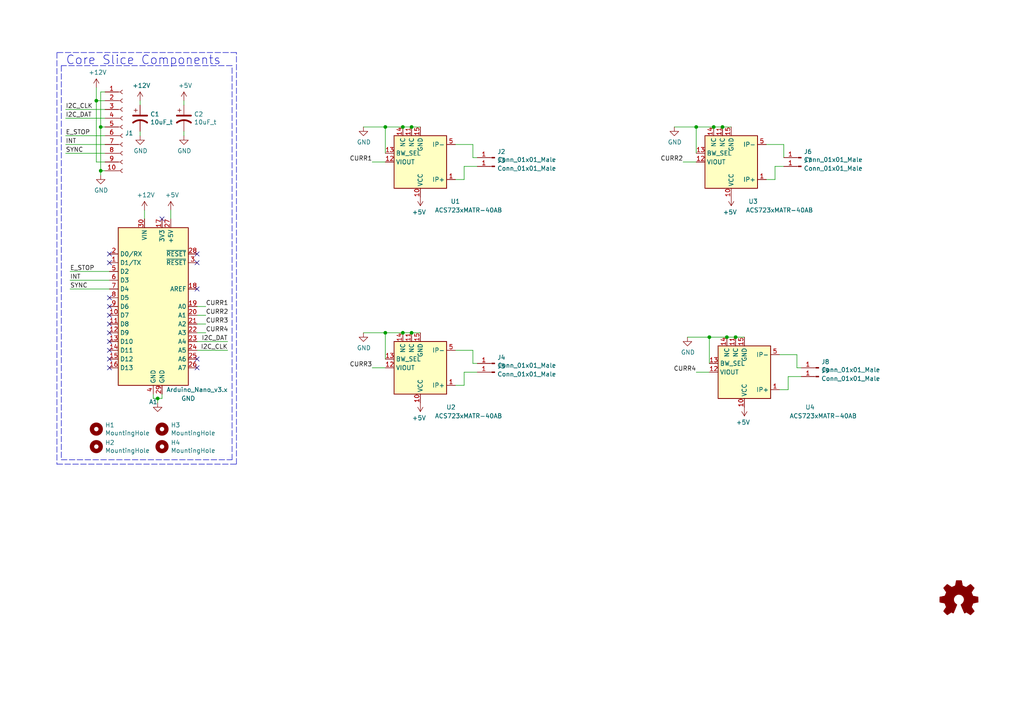
<source format=kicad_sch>
(kicad_sch (version 20211123) (generator eeschema)

  (uuid 55e740a3-0735-4744-896e-2bf5437093b9)

  (paper "A4")

  (lib_symbols
    (symbol "BREAD_Slice-rescue:10uF_t-OCI_UPL_2_Capacitors" (pin_numbers hide) (pin_names (offset 0.254) hide) (in_bom yes) (on_board yes)
      (property "Reference" "C" (id 0) (at 0.635 2.54 0)
        (effects (font (size 1.27 1.27)) (justify left))
      )
      (property "Value" "10uF_t-OCI_UPL_2_Capacitors" (id 1) (at 0.635 -2.54 0)
        (effects (font (size 1.27 1.27)) (justify left))
      )
      (property "Footprint" "OCI_UPL_FOOTPRINTS:C_2312" (id 2) (at 0 -6.35 0)
        (effects (font (size 0.762 0.762)) hide)
      )
      (property "Datasheet" "https://www.digikey.com/short/qcd8n7" (id 3) (at 0 5.08 0)
        (effects (font (size 0.762 0.762)) hide)
      )
      (property "Part #" "T491C106K025AT" (id 4) (at 0 6.35 0)
        (effects (font (size 0.762 0.762)) hide)
      )
      (property "UPL #" "2.021" (id 5) (at 0 -5.08 0)
        (effects (font (size 0.762 0.762)) hide)
      )
      (property "ki_fp_filters" "SMD*_Pol c_elec* C*elec TantalC* Elko* CP*" (id 6) (at 0 0 0)
        (effects (font (size 1.27 1.27)) hide)
      )
      (symbol "10uF_t-OCI_UPL_2_Capacitors_0_1"
        (polyline
          (pts
            (xy -2.032 0.762)
            (xy 2.032 0.762)
          )
          (stroke (width 0.508) (type default) (color 0 0 0 0))
          (fill (type none))
        )
        (polyline
          (pts
            (xy -1.778 2.286)
            (xy -0.762 2.286)
          )
          (stroke (width 0) (type default) (color 0 0 0 0))
          (fill (type none))
        )
        (polyline
          (pts
            (xy -1.27 1.778)
            (xy -1.27 2.794)
          )
          (stroke (width 0) (type default) (color 0 0 0 0))
          (fill (type none))
        )
        (arc (start 2.032 -1.27) (mid 0 -0.5572) (end -2.032 -1.27)
          (stroke (width 0.508) (type default) (color 0 0 0 0))
          (fill (type none))
        )
      )
      (symbol "10uF_t-OCI_UPL_2_Capacitors_1_1"
        (pin passive line (at 0 3.81 270) (length 2.794)
          (name "~" (effects (font (size 1.016 1.016))))
          (number "1" (effects (font (size 1.016 1.016))))
        )
        (pin passive line (at 0 -3.81 90) (length 3.302)
          (name "~" (effects (font (size 1.016 1.016))))
          (number "2" (effects (font (size 1.016 1.016))))
        )
      )
    )
    (symbol "Connector:Conn_01x01_Male" (pin_names (offset 1.016) hide) (in_bom yes) (on_board yes)
      (property "Reference" "J" (id 0) (at 0 2.54 0)
        (effects (font (size 1.27 1.27)))
      )
      (property "Value" "Conn_01x01_Male" (id 1) (at 0 -2.54 0)
        (effects (font (size 1.27 1.27)))
      )
      (property "Footprint" "" (id 2) (at 0 0 0)
        (effects (font (size 1.27 1.27)) hide)
      )
      (property "Datasheet" "~" (id 3) (at 0 0 0)
        (effects (font (size 1.27 1.27)) hide)
      )
      (property "ki_keywords" "connector" (id 4) (at 0 0 0)
        (effects (font (size 1.27 1.27)) hide)
      )
      (property "ki_description" "Generic connector, single row, 01x01, script generated (kicad-library-utils/schlib/autogen/connector/)" (id 5) (at 0 0 0)
        (effects (font (size 1.27 1.27)) hide)
      )
      (property "ki_fp_filters" "Connector*:*" (id 6) (at 0 0 0)
        (effects (font (size 1.27 1.27)) hide)
      )
      (symbol "Conn_01x01_Male_1_1"
        (polyline
          (pts
            (xy 1.27 0)
            (xy 0.8636 0)
          )
          (stroke (width 0.1524) (type default) (color 0 0 0 0))
          (fill (type none))
        )
        (rectangle (start 0.8636 0.127) (end 0 -0.127)
          (stroke (width 0.1524) (type default) (color 0 0 0 0))
          (fill (type outline))
        )
        (pin passive line (at 5.08 0 180) (length 3.81)
          (name "Pin_1" (effects (font (size 1.27 1.27))))
          (number "1" (effects (font (size 1.27 1.27))))
        )
      )
    )
    (symbol "Connector:Conn_01x10_Female" (pin_names (offset 1.016) hide) (in_bom yes) (on_board yes)
      (property "Reference" "J" (id 0) (at 0 12.7 0)
        (effects (font (size 1.27 1.27)))
      )
      (property "Value" "Conn_01x10_Female" (id 1) (at 0 -15.24 0)
        (effects (font (size 1.27 1.27)))
      )
      (property "Footprint" "" (id 2) (at 0 0 0)
        (effects (font (size 1.27 1.27)) hide)
      )
      (property "Datasheet" "~" (id 3) (at 0 0 0)
        (effects (font (size 1.27 1.27)) hide)
      )
      (property "ki_keywords" "connector" (id 4) (at 0 0 0)
        (effects (font (size 1.27 1.27)) hide)
      )
      (property "ki_description" "Generic connector, single row, 01x10, script generated (kicad-library-utils/schlib/autogen/connector/)" (id 5) (at 0 0 0)
        (effects (font (size 1.27 1.27)) hide)
      )
      (property "ki_fp_filters" "Connector*:*_1x??_*" (id 6) (at 0 0 0)
        (effects (font (size 1.27 1.27)) hide)
      )
      (symbol "Conn_01x10_Female_1_1"
        (arc (start 0 -12.192) (mid -0.508 -12.7) (end 0 -13.208)
          (stroke (width 0.1524) (type default) (color 0 0 0 0))
          (fill (type none))
        )
        (arc (start 0 -9.652) (mid -0.508 -10.16) (end 0 -10.668)
          (stroke (width 0.1524) (type default) (color 0 0 0 0))
          (fill (type none))
        )
        (arc (start 0 -7.112) (mid -0.508 -7.62) (end 0 -8.128)
          (stroke (width 0.1524) (type default) (color 0 0 0 0))
          (fill (type none))
        )
        (arc (start 0 -4.572) (mid -0.508 -5.08) (end 0 -5.588)
          (stroke (width 0.1524) (type default) (color 0 0 0 0))
          (fill (type none))
        )
        (arc (start 0 -2.032) (mid -0.508 -2.54) (end 0 -3.048)
          (stroke (width 0.1524) (type default) (color 0 0 0 0))
          (fill (type none))
        )
        (polyline
          (pts
            (xy -1.27 -12.7)
            (xy -0.508 -12.7)
          )
          (stroke (width 0.1524) (type default) (color 0 0 0 0))
          (fill (type none))
        )
        (polyline
          (pts
            (xy -1.27 -10.16)
            (xy -0.508 -10.16)
          )
          (stroke (width 0.1524) (type default) (color 0 0 0 0))
          (fill (type none))
        )
        (polyline
          (pts
            (xy -1.27 -7.62)
            (xy -0.508 -7.62)
          )
          (stroke (width 0.1524) (type default) (color 0 0 0 0))
          (fill (type none))
        )
        (polyline
          (pts
            (xy -1.27 -5.08)
            (xy -0.508 -5.08)
          )
          (stroke (width 0.1524) (type default) (color 0 0 0 0))
          (fill (type none))
        )
        (polyline
          (pts
            (xy -1.27 -2.54)
            (xy -0.508 -2.54)
          )
          (stroke (width 0.1524) (type default) (color 0 0 0 0))
          (fill (type none))
        )
        (polyline
          (pts
            (xy -1.27 0)
            (xy -0.508 0)
          )
          (stroke (width 0.1524) (type default) (color 0 0 0 0))
          (fill (type none))
        )
        (polyline
          (pts
            (xy -1.27 2.54)
            (xy -0.508 2.54)
          )
          (stroke (width 0.1524) (type default) (color 0 0 0 0))
          (fill (type none))
        )
        (polyline
          (pts
            (xy -1.27 5.08)
            (xy -0.508 5.08)
          )
          (stroke (width 0.1524) (type default) (color 0 0 0 0))
          (fill (type none))
        )
        (polyline
          (pts
            (xy -1.27 7.62)
            (xy -0.508 7.62)
          )
          (stroke (width 0.1524) (type default) (color 0 0 0 0))
          (fill (type none))
        )
        (polyline
          (pts
            (xy -1.27 10.16)
            (xy -0.508 10.16)
          )
          (stroke (width 0.1524) (type default) (color 0 0 0 0))
          (fill (type none))
        )
        (arc (start 0 0.508) (mid -0.508 0) (end 0 -0.508)
          (stroke (width 0.1524) (type default) (color 0 0 0 0))
          (fill (type none))
        )
        (arc (start 0 3.048) (mid -0.508 2.54) (end 0 2.032)
          (stroke (width 0.1524) (type default) (color 0 0 0 0))
          (fill (type none))
        )
        (arc (start 0 5.588) (mid -0.508 5.08) (end 0 4.572)
          (stroke (width 0.1524) (type default) (color 0 0 0 0))
          (fill (type none))
        )
        (arc (start 0 8.128) (mid -0.508 7.62) (end 0 7.112)
          (stroke (width 0.1524) (type default) (color 0 0 0 0))
          (fill (type none))
        )
        (arc (start 0 10.668) (mid -0.508 10.16) (end 0 9.652)
          (stroke (width 0.1524) (type default) (color 0 0 0 0))
          (fill (type none))
        )
        (pin passive line (at -5.08 10.16 0) (length 3.81)
          (name "Pin_1" (effects (font (size 1.27 1.27))))
          (number "1" (effects (font (size 1.27 1.27))))
        )
        (pin passive line (at -5.08 -12.7 0) (length 3.81)
          (name "Pin_10" (effects (font (size 1.27 1.27))))
          (number "10" (effects (font (size 1.27 1.27))))
        )
        (pin passive line (at -5.08 7.62 0) (length 3.81)
          (name "Pin_2" (effects (font (size 1.27 1.27))))
          (number "2" (effects (font (size 1.27 1.27))))
        )
        (pin passive line (at -5.08 5.08 0) (length 3.81)
          (name "Pin_3" (effects (font (size 1.27 1.27))))
          (number "3" (effects (font (size 1.27 1.27))))
        )
        (pin passive line (at -5.08 2.54 0) (length 3.81)
          (name "Pin_4" (effects (font (size 1.27 1.27))))
          (number "4" (effects (font (size 1.27 1.27))))
        )
        (pin passive line (at -5.08 0 0) (length 3.81)
          (name "Pin_5" (effects (font (size 1.27 1.27))))
          (number "5" (effects (font (size 1.27 1.27))))
        )
        (pin passive line (at -5.08 -2.54 0) (length 3.81)
          (name "Pin_6" (effects (font (size 1.27 1.27))))
          (number "6" (effects (font (size 1.27 1.27))))
        )
        (pin passive line (at -5.08 -5.08 0) (length 3.81)
          (name "Pin_7" (effects (font (size 1.27 1.27))))
          (number "7" (effects (font (size 1.27 1.27))))
        )
        (pin passive line (at -5.08 -7.62 0) (length 3.81)
          (name "Pin_8" (effects (font (size 1.27 1.27))))
          (number "8" (effects (font (size 1.27 1.27))))
        )
        (pin passive line (at -5.08 -10.16 0) (length 3.81)
          (name "Pin_9" (effects (font (size 1.27 1.27))))
          (number "9" (effects (font (size 1.27 1.27))))
        )
      )
    )
    (symbol "Graphic:Logo_Open_Hardware_Small" (pin_names (offset 1.016)) (in_bom yes) (on_board yes)
      (property "Reference" "#LOGO" (id 0) (at 0 6.985 0)
        (effects (font (size 1.27 1.27)) hide)
      )
      (property "Value" "Logo_Open_Hardware_Small" (id 1) (at 0 -5.715 0)
        (effects (font (size 1.27 1.27)) hide)
      )
      (property "Footprint" "" (id 2) (at 0 0 0)
        (effects (font (size 1.27 1.27)) hide)
      )
      (property "Datasheet" "~" (id 3) (at 0 0 0)
        (effects (font (size 1.27 1.27)) hide)
      )
      (property "ki_keywords" "Logo" (id 4) (at 0 0 0)
        (effects (font (size 1.27 1.27)) hide)
      )
      (property "ki_description" "Open Hardware logo, small" (id 5) (at 0 0 0)
        (effects (font (size 1.27 1.27)) hide)
      )
      (symbol "Logo_Open_Hardware_Small_0_1"
        (polyline
          (pts
            (xy 3.3528 -4.3434)
            (xy 3.302 -4.318)
            (xy 3.175 -4.2418)
            (xy 2.9972 -4.1148)
            (xy 2.7686 -3.9624)
            (xy 2.54 -3.81)
            (xy 2.3622 -3.7084)
            (xy 2.2352 -3.6068)
            (xy 2.1844 -3.5814)
            (xy 2.159 -3.6068)
            (xy 2.0574 -3.6576)
            (xy 1.905 -3.7338)
            (xy 1.8034 -3.7846)
            (xy 1.6764 -3.8354)
            (xy 1.6002 -3.8354)
            (xy 1.6002 -3.8354)
            (xy 1.5494 -3.7338)
            (xy 1.4732 -3.5306)
            (xy 1.3462 -3.302)
            (xy 1.2446 -3.0226)
            (xy 1.1176 -2.7178)
            (xy 0.9652 -2.413)
            (xy 0.8636 -2.1082)
            (xy 0.7366 -1.8288)
            (xy 0.6604 -1.6256)
            (xy 0.6096 -1.4732)
            (xy 0.5842 -1.397)
            (xy 0.5842 -1.397)
            (xy 0.6604 -1.3208)
            (xy 0.7874 -1.2446)
            (xy 1.0414 -1.016)
            (xy 1.2954 -0.6858)
            (xy 1.4478 -0.3302)
            (xy 1.524 0.0762)
            (xy 1.4732 0.4572)
            (xy 1.3208 0.8128)
            (xy 1.0668 1.143)
            (xy 0.762 1.3716)
            (xy 0.4064 1.524)
            (xy 0 1.5748)
            (xy -0.381 1.5494)
            (xy -0.7366 1.397)
            (xy -1.0668 1.143)
            (xy -1.2192 0.9906)
            (xy -1.397 0.6604)
            (xy -1.524 0.3048)
            (xy -1.524 0.2286)
            (xy -1.4986 -0.1778)
            (xy -1.397 -0.5334)
            (xy -1.1938 -0.8636)
            (xy -0.9144 -1.143)
            (xy -0.8636 -1.1684)
            (xy -0.7366 -1.27)
            (xy -0.635 -1.3462)
            (xy -0.5842 -1.397)
            (xy -1.0668 -2.5908)
            (xy -1.143 -2.794)
            (xy -1.2954 -3.1242)
            (xy -1.397 -3.4036)
            (xy -1.4986 -3.6322)
            (xy -1.5748 -3.7846)
            (xy -1.6002 -3.8354)
            (xy -1.6002 -3.8354)
            (xy -1.651 -3.8354)
            (xy -1.7272 -3.81)
            (xy -1.905 -3.7338)
            (xy -2.0066 -3.683)
            (xy -2.1336 -3.6068)
            (xy -2.2098 -3.5814)
            (xy -2.2606 -3.6068)
            (xy -2.3622 -3.683)
            (xy -2.54 -3.81)
            (xy -2.7686 -3.9624)
            (xy -2.9718 -4.0894)
            (xy -3.1496 -4.2164)
            (xy -3.302 -4.318)
            (xy -3.3528 -4.3434)
            (xy -3.3782 -4.3434)
            (xy -3.429 -4.318)
            (xy -3.5306 -4.2164)
            (xy -3.7084 -4.064)
            (xy -3.937 -3.8354)
            (xy -3.9624 -3.81)
            (xy -4.1656 -3.6068)
            (xy -4.318 -3.4544)
            (xy -4.4196 -3.3274)
            (xy -4.445 -3.2766)
            (xy -4.445 -3.2766)
            (xy -4.4196 -3.2258)
            (xy -4.318 -3.0734)
            (xy -4.2164 -2.8956)
            (xy -4.064 -2.667)
            (xy -3.6576 -2.0828)
            (xy -3.8862 -1.5494)
            (xy -3.937 -1.3716)
            (xy -4.0386 -1.1684)
            (xy -4.0894 -1.0414)
            (xy -4.1148 -0.9652)
            (xy -4.191 -0.9398)
            (xy -4.318 -0.9144)
            (xy -4.5466 -0.8636)
            (xy -4.8006 -0.8128)
            (xy -5.0546 -0.7874)
            (xy -5.2578 -0.7366)
            (xy -5.4356 -0.7112)
            (xy -5.5118 -0.6858)
            (xy -5.5118 -0.6858)
            (xy -5.5372 -0.635)
            (xy -5.5372 -0.5588)
            (xy -5.5372 -0.4318)
            (xy -5.5626 -0.2286)
            (xy -5.5626 0.0762)
            (xy -5.5626 0.127)
            (xy -5.5372 0.4064)
            (xy -5.5372 0.635)
            (xy -5.5372 0.762)
            (xy -5.5372 0.8382)
            (xy -5.5372 0.8382)
            (xy -5.461 0.8382)
            (xy -5.3086 0.889)
            (xy -5.08 0.9144)
            (xy -4.826 0.9652)
            (xy -4.8006 0.9906)
            (xy -4.5466 1.0414)
            (xy -4.318 1.0668)
            (xy -4.1656 1.1176)
            (xy -4.0894 1.143)
            (xy -4.0894 1.143)
            (xy -4.0386 1.2446)
            (xy -3.9624 1.4224)
            (xy -3.8608 1.6256)
            (xy -3.7846 1.8288)
            (xy -3.7084 2.0066)
            (xy -3.6576 2.159)
            (xy -3.6322 2.2098)
            (xy -3.6322 2.2098)
            (xy -3.683 2.286)
            (xy -3.7592 2.413)
            (xy -3.8862 2.5908)
            (xy -4.064 2.8194)
            (xy -4.064 2.8448)
            (xy -4.2164 3.0734)
            (xy -4.3434 3.2512)
            (xy -4.4196 3.3782)
            (xy -4.445 3.4544)
            (xy -4.445 3.4544)
            (xy -4.3942 3.5052)
            (xy -4.2926 3.6322)
            (xy -4.1148 3.81)
            (xy -3.937 4.0132)
            (xy -3.8608 4.064)
            (xy -3.6576 4.2926)
            (xy -3.5052 4.4196)
            (xy -3.4036 4.4958)
            (xy -3.3528 4.5212)
            (xy -3.3528 4.5212)
            (xy -3.302 4.4704)
            (xy -3.1496 4.3688)
            (xy -2.9718 4.2418)
            (xy -2.7432 4.0894)
            (xy -2.7178 4.0894)
            (xy -2.4892 3.937)
            (xy -2.3114 3.81)
            (xy -2.1844 3.7084)
            (xy -2.1336 3.683)
            (xy -2.1082 3.683)
            (xy -2.032 3.7084)
            (xy -1.8542 3.7592)
            (xy -1.6764 3.8354)
            (xy -1.4732 3.937)
            (xy -1.27 4.0132)
            (xy -1.143 4.064)
            (xy -1.0668 4.1148)
            (xy -1.0668 4.1148)
            (xy -1.0414 4.191)
            (xy -1.016 4.3434)
            (xy -0.9652 4.572)
            (xy -0.9144 4.8514)
            (xy -0.889 4.9022)
            (xy -0.8382 5.1562)
            (xy -0.8128 5.3848)
            (xy -0.7874 5.5372)
            (xy -0.762 5.588)
            (xy -0.7112 5.6134)
            (xy -0.5842 5.6134)
            (xy -0.4064 5.6134)
            (xy -0.1524 5.6134)
            (xy 0.0762 5.6134)
            (xy 0.3302 5.6134)
            (xy 0.5334 5.6134)
            (xy 0.6858 5.588)
            (xy 0.7366 5.588)
            (xy 0.7366 5.588)
            (xy 0.762 5.5118)
            (xy 0.8128 5.334)
            (xy 0.8382 5.1054)
            (xy 0.9144 4.826)
            (xy 0.9144 4.7752)
            (xy 0.9652 4.5212)
            (xy 1.016 4.2926)
            (xy 1.0414 4.1402)
            (xy 1.0668 4.0894)
            (xy 1.0668 4.0894)
            (xy 1.1938 4.0386)
            (xy 1.3716 3.9624)
            (xy 1.5748 3.8608)
            (xy 2.0828 3.6576)
            (xy 2.7178 4.0894)
            (xy 2.7686 4.1402)
            (xy 2.9972 4.2926)
            (xy 3.175 4.4196)
            (xy 3.302 4.4958)
            (xy 3.3782 4.5212)
            (xy 3.3782 4.5212)
            (xy 3.429 4.4704)
            (xy 3.556 4.3434)
            (xy 3.7338 4.191)
            (xy 3.9116 3.9878)
            (xy 4.064 3.8354)
            (xy 4.2418 3.6576)
            (xy 4.3434 3.556)
            (xy 4.4196 3.4798)
            (xy 4.4196 3.429)
            (xy 4.4196 3.4036)
            (xy 4.3942 3.3274)
            (xy 4.2926 3.2004)
            (xy 4.1656 2.9972)
            (xy 4.0132 2.794)
            (xy 3.8862 2.5908)
            (xy 3.7592 2.3876)
            (xy 3.6576 2.2352)
            (xy 3.6322 2.159)
            (xy 3.6322 2.1336)
            (xy 3.683 2.0066)
            (xy 3.7592 1.8288)
            (xy 3.8608 1.6002)
            (xy 4.064 1.1176)
            (xy 4.3942 1.0414)
            (xy 4.5974 1.016)
            (xy 4.8768 0.9652)
            (xy 5.1308 0.9144)
            (xy 5.5372 0.8382)
            (xy 5.5626 -0.6604)
            (xy 5.4864 -0.6858)
            (xy 5.4356 -0.6858)
            (xy 5.2832 -0.7366)
            (xy 5.0546 -0.762)
            (xy 4.8006 -0.8128)
            (xy 4.5974 -0.8636)
            (xy 4.3688 -0.9144)
            (xy 4.2164 -0.9398)
            (xy 4.1402 -0.9398)
            (xy 4.1148 -0.9652)
            (xy 4.064 -1.0668)
            (xy 3.9878 -1.2446)
            (xy 3.9116 -1.4478)
            (xy 3.81 -1.651)
            (xy 3.7338 -1.8542)
            (xy 3.683 -2.0066)
            (xy 3.6576 -2.0828)
            (xy 3.683 -2.1336)
            (xy 3.7846 -2.2606)
            (xy 3.8862 -2.4638)
            (xy 4.0386 -2.667)
            (xy 4.191 -2.8956)
            (xy 4.318 -3.0734)
            (xy 4.3942 -3.2004)
            (xy 4.445 -3.2766)
            (xy 4.4196 -3.3274)
            (xy 4.3434 -3.429)
            (xy 4.1656 -3.5814)
            (xy 3.937 -3.8354)
            (xy 3.8862 -3.8608)
            (xy 3.683 -4.064)
            (xy 3.5306 -4.2164)
            (xy 3.4036 -4.318)
            (xy 3.3528 -4.3434)
          )
          (stroke (width 0) (type default) (color 0 0 0 0))
          (fill (type outline))
        )
      )
    )
    (symbol "MCU_Module:Arduino_Nano_v3.x" (in_bom yes) (on_board yes)
      (property "Reference" "A" (id 0) (at -10.16 23.495 0)
        (effects (font (size 1.27 1.27)) (justify left bottom))
      )
      (property "Value" "Arduino_Nano_v3.x" (id 1) (at 5.08 -24.13 0)
        (effects (font (size 1.27 1.27)) (justify left top))
      )
      (property "Footprint" "Module:Arduino_Nano" (id 2) (at 0 0 0)
        (effects (font (size 1.27 1.27) italic) hide)
      )
      (property "Datasheet" "http://www.mouser.com/pdfdocs/Gravitech_Arduino_Nano3_0.pdf" (id 3) (at 0 0 0)
        (effects (font (size 1.27 1.27)) hide)
      )
      (property "ki_keywords" "Arduino nano microcontroller module USB" (id 4) (at 0 0 0)
        (effects (font (size 1.27 1.27)) hide)
      )
      (property "ki_description" "Arduino Nano v3.x" (id 5) (at 0 0 0)
        (effects (font (size 1.27 1.27)) hide)
      )
      (property "ki_fp_filters" "Arduino*Nano*" (id 6) (at 0 0 0)
        (effects (font (size 1.27 1.27)) hide)
      )
      (symbol "Arduino_Nano_v3.x_0_1"
        (rectangle (start -10.16 22.86) (end 10.16 -22.86)
          (stroke (width 0.254) (type default) (color 0 0 0 0))
          (fill (type background))
        )
      )
      (symbol "Arduino_Nano_v3.x_1_1"
        (pin bidirectional line (at -12.7 12.7 0) (length 2.54)
          (name "D1/TX" (effects (font (size 1.27 1.27))))
          (number "1" (effects (font (size 1.27 1.27))))
        )
        (pin bidirectional line (at -12.7 -2.54 0) (length 2.54)
          (name "D7" (effects (font (size 1.27 1.27))))
          (number "10" (effects (font (size 1.27 1.27))))
        )
        (pin bidirectional line (at -12.7 -5.08 0) (length 2.54)
          (name "D8" (effects (font (size 1.27 1.27))))
          (number "11" (effects (font (size 1.27 1.27))))
        )
        (pin bidirectional line (at -12.7 -7.62 0) (length 2.54)
          (name "D9" (effects (font (size 1.27 1.27))))
          (number "12" (effects (font (size 1.27 1.27))))
        )
        (pin bidirectional line (at -12.7 -10.16 0) (length 2.54)
          (name "D10" (effects (font (size 1.27 1.27))))
          (number "13" (effects (font (size 1.27 1.27))))
        )
        (pin bidirectional line (at -12.7 -12.7 0) (length 2.54)
          (name "D11" (effects (font (size 1.27 1.27))))
          (number "14" (effects (font (size 1.27 1.27))))
        )
        (pin bidirectional line (at -12.7 -15.24 0) (length 2.54)
          (name "D12" (effects (font (size 1.27 1.27))))
          (number "15" (effects (font (size 1.27 1.27))))
        )
        (pin bidirectional line (at -12.7 -17.78 0) (length 2.54)
          (name "D13" (effects (font (size 1.27 1.27))))
          (number "16" (effects (font (size 1.27 1.27))))
        )
        (pin power_out line (at 2.54 25.4 270) (length 2.54)
          (name "3V3" (effects (font (size 1.27 1.27))))
          (number "17" (effects (font (size 1.27 1.27))))
        )
        (pin input line (at 12.7 5.08 180) (length 2.54)
          (name "AREF" (effects (font (size 1.27 1.27))))
          (number "18" (effects (font (size 1.27 1.27))))
        )
        (pin bidirectional line (at 12.7 0 180) (length 2.54)
          (name "A0" (effects (font (size 1.27 1.27))))
          (number "19" (effects (font (size 1.27 1.27))))
        )
        (pin bidirectional line (at -12.7 15.24 0) (length 2.54)
          (name "D0/RX" (effects (font (size 1.27 1.27))))
          (number "2" (effects (font (size 1.27 1.27))))
        )
        (pin bidirectional line (at 12.7 -2.54 180) (length 2.54)
          (name "A1" (effects (font (size 1.27 1.27))))
          (number "20" (effects (font (size 1.27 1.27))))
        )
        (pin bidirectional line (at 12.7 -5.08 180) (length 2.54)
          (name "A2" (effects (font (size 1.27 1.27))))
          (number "21" (effects (font (size 1.27 1.27))))
        )
        (pin bidirectional line (at 12.7 -7.62 180) (length 2.54)
          (name "A3" (effects (font (size 1.27 1.27))))
          (number "22" (effects (font (size 1.27 1.27))))
        )
        (pin bidirectional line (at 12.7 -10.16 180) (length 2.54)
          (name "A4" (effects (font (size 1.27 1.27))))
          (number "23" (effects (font (size 1.27 1.27))))
        )
        (pin bidirectional line (at 12.7 -12.7 180) (length 2.54)
          (name "A5" (effects (font (size 1.27 1.27))))
          (number "24" (effects (font (size 1.27 1.27))))
        )
        (pin bidirectional line (at 12.7 -15.24 180) (length 2.54)
          (name "A6" (effects (font (size 1.27 1.27))))
          (number "25" (effects (font (size 1.27 1.27))))
        )
        (pin bidirectional line (at 12.7 -17.78 180) (length 2.54)
          (name "A7" (effects (font (size 1.27 1.27))))
          (number "26" (effects (font (size 1.27 1.27))))
        )
        (pin power_out line (at 5.08 25.4 270) (length 2.54)
          (name "+5V" (effects (font (size 1.27 1.27))))
          (number "27" (effects (font (size 1.27 1.27))))
        )
        (pin input line (at 12.7 15.24 180) (length 2.54)
          (name "~{RESET}" (effects (font (size 1.27 1.27))))
          (number "28" (effects (font (size 1.27 1.27))))
        )
        (pin power_in line (at 2.54 -25.4 90) (length 2.54)
          (name "GND" (effects (font (size 1.27 1.27))))
          (number "29" (effects (font (size 1.27 1.27))))
        )
        (pin input line (at 12.7 12.7 180) (length 2.54)
          (name "~{RESET}" (effects (font (size 1.27 1.27))))
          (number "3" (effects (font (size 1.27 1.27))))
        )
        (pin power_in line (at -2.54 25.4 270) (length 2.54)
          (name "VIN" (effects (font (size 1.27 1.27))))
          (number "30" (effects (font (size 1.27 1.27))))
        )
        (pin power_in line (at 0 -25.4 90) (length 2.54)
          (name "GND" (effects (font (size 1.27 1.27))))
          (number "4" (effects (font (size 1.27 1.27))))
        )
        (pin bidirectional line (at -12.7 10.16 0) (length 2.54)
          (name "D2" (effects (font (size 1.27 1.27))))
          (number "5" (effects (font (size 1.27 1.27))))
        )
        (pin bidirectional line (at -12.7 7.62 0) (length 2.54)
          (name "D3" (effects (font (size 1.27 1.27))))
          (number "6" (effects (font (size 1.27 1.27))))
        )
        (pin bidirectional line (at -12.7 5.08 0) (length 2.54)
          (name "D4" (effects (font (size 1.27 1.27))))
          (number "7" (effects (font (size 1.27 1.27))))
        )
        (pin bidirectional line (at -12.7 2.54 0) (length 2.54)
          (name "D5" (effects (font (size 1.27 1.27))))
          (number "8" (effects (font (size 1.27 1.27))))
        )
        (pin bidirectional line (at -12.7 0 0) (length 2.54)
          (name "D6" (effects (font (size 1.27 1.27))))
          (number "9" (effects (font (size 1.27 1.27))))
        )
      )
    )
    (symbol "Mechanical:MountingHole" (pin_names (offset 1.016)) (in_bom yes) (on_board yes)
      (property "Reference" "H" (id 0) (at 0 5.08 0)
        (effects (font (size 1.27 1.27)))
      )
      (property "Value" "MountingHole" (id 1) (at 0 3.175 0)
        (effects (font (size 1.27 1.27)))
      )
      (property "Footprint" "" (id 2) (at 0 0 0)
        (effects (font (size 1.27 1.27)) hide)
      )
      (property "Datasheet" "~" (id 3) (at 0 0 0)
        (effects (font (size 1.27 1.27)) hide)
      )
      (property "ki_keywords" "mounting hole" (id 4) (at 0 0 0)
        (effects (font (size 1.27 1.27)) hide)
      )
      (property "ki_description" "Mounting Hole without connection" (id 5) (at 0 0 0)
        (effects (font (size 1.27 1.27)) hide)
      )
      (property "ki_fp_filters" "MountingHole*" (id 6) (at 0 0 0)
        (effects (font (size 1.27 1.27)) hide)
      )
      (symbol "MountingHole_0_1"
        (circle (center 0 0) (radius 1.27)
          (stroke (width 1.27) (type default) (color 0 0 0 0))
          (fill (type none))
        )
      )
    )
    (symbol "Sensor_Current:ACS723xMATR-40AB" (in_bom yes) (on_board yes)
      (property "Reference" "U" (id 0) (at 8.89 6.35 0)
        (effects (font (size 1.27 1.27)) (justify left))
      )
      (property "Value" "ACS723xMATR-40AB" (id 1) (at 8.89 3.81 0)
        (effects (font (size 1.27 1.27)) (justify left))
      )
      (property "Footprint" "Package_SO:SOIC-16W_7.5x10.3mm_P1.27mm" (id 2) (at 8.89 -1.27 0)
        (effects (font (size 1.27 1.27) italic) (justify left) hide)
      )
      (property "Datasheet" "http://www.allegromicro.com/~/media/Files/Datasheets/ACS723KMA-Datasheet.ashx?la=en" (id 3) (at 0 0 0)
        (effects (font (size 1.27 1.27)) hide)
      )
      (property "ki_keywords" "hall effect current monitor sensor isolated" (id 4) (at 0 0 0)
        (effects (font (size 1.27 1.27)) hide)
      )
      (property "ki_description" "±40A Bidirectional Hall-Effect Current Sensor, +5.0V supply, 50mV/A, SOIC-16" (id 5) (at 0 0 0)
        (effects (font (size 1.27 1.27)) hide)
      )
      (property "ki_fp_filters" "SOIC*7.5x10.3mm*P1.27mm*" (id 6) (at 0 0 0)
        (effects (font (size 1.27 1.27)) hide)
      )
      (symbol "ACS723xMATR-40AB_0_1"
        (rectangle (start -7.62 7.62) (end 7.62 -7.62)
          (stroke (width 0.254) (type default) (color 0 0 0 0))
          (fill (type background))
        )
      )
      (symbol "ACS723xMATR-40AB_1_1"
        (pin passive line (at -10.16 5.08 0) (length 2.54)
          (name "IP+" (effects (font (size 1.27 1.27))))
          (number "1" (effects (font (size 1.27 1.27))))
        )
        (pin power_in line (at 0 10.16 270) (length 2.54)
          (name "VCC" (effects (font (size 1.27 1.27))))
          (number "10" (effects (font (size 1.27 1.27))))
        )
        (pin passive line (at 2.54 -10.16 90) (length 2.54)
          (name "NC" (effects (font (size 1.27 1.27))))
          (number "11" (effects (font (size 1.27 1.27))))
        )
        (pin output line (at 10.16 0 180) (length 2.54)
          (name "VIOUT" (effects (font (size 1.27 1.27))))
          (number "12" (effects (font (size 1.27 1.27))))
        )
        (pin input line (at 10.16 -2.54 180) (length 2.54)
          (name "BW_SEL" (effects (font (size 1.27 1.27))))
          (number "13" (effects (font (size 1.27 1.27))))
        )
        (pin passive line (at 5.08 -10.16 90) (length 2.54)
          (name "NC" (effects (font (size 1.27 1.27))))
          (number "14" (effects (font (size 1.27 1.27))))
        )
        (pin power_in line (at 0 -10.16 90) (length 2.54)
          (name "GND" (effects (font (size 1.27 1.27))))
          (number "15" (effects (font (size 1.27 1.27))))
        )
        (pin no_connect line (at 7.62 2.54 180) (length 2.54) hide
          (name "NC" (effects (font (size 1.27 1.27))))
          (number "16" (effects (font (size 1.27 1.27))))
        )
        (pin passive line (at -10.16 5.08 0) (length 2.54) hide
          (name "IP+" (effects (font (size 1.27 1.27))))
          (number "2" (effects (font (size 1.27 1.27))))
        )
        (pin passive line (at -10.16 5.08 0) (length 2.54) hide
          (name "IP+" (effects (font (size 1.27 1.27))))
          (number "3" (effects (font (size 1.27 1.27))))
        )
        (pin passive line (at -10.16 5.08 0) (length 2.54) hide
          (name "IP+" (effects (font (size 1.27 1.27))))
          (number "4" (effects (font (size 1.27 1.27))))
        )
        (pin passive line (at -10.16 -5.08 0) (length 2.54)
          (name "IP-" (effects (font (size 1.27 1.27))))
          (number "5" (effects (font (size 1.27 1.27))))
        )
        (pin passive line (at -10.16 -5.08 0) (length 2.54) hide
          (name "IP-" (effects (font (size 1.27 1.27))))
          (number "6" (effects (font (size 1.27 1.27))))
        )
        (pin passive line (at -10.16 -5.08 0) (length 2.54) hide
          (name "IP-" (effects (font (size 1.27 1.27))))
          (number "7" (effects (font (size 1.27 1.27))))
        )
        (pin passive line (at -10.16 -5.08 0) (length 2.54) hide
          (name "IP-" (effects (font (size 1.27 1.27))))
          (number "8" (effects (font (size 1.27 1.27))))
        )
        (pin no_connect line (at 7.62 5.08 180) (length 2.54) hide
          (name "NC" (effects (font (size 1.27 1.27))))
          (number "9" (effects (font (size 1.27 1.27))))
        )
      )
    )
    (symbol "power:+12V" (power) (pin_names (offset 0)) (in_bom yes) (on_board yes)
      (property "Reference" "#PWR" (id 0) (at 0 -3.81 0)
        (effects (font (size 1.27 1.27)) hide)
      )
      (property "Value" "+12V" (id 1) (at 0 3.556 0)
        (effects (font (size 1.27 1.27)))
      )
      (property "Footprint" "" (id 2) (at 0 0 0)
        (effects (font (size 1.27 1.27)) hide)
      )
      (property "Datasheet" "" (id 3) (at 0 0 0)
        (effects (font (size 1.27 1.27)) hide)
      )
      (property "ki_keywords" "global power" (id 4) (at 0 0 0)
        (effects (font (size 1.27 1.27)) hide)
      )
      (property "ki_description" "Power symbol creates a global label with name \"+12V\"" (id 5) (at 0 0 0)
        (effects (font (size 1.27 1.27)) hide)
      )
      (symbol "+12V_0_1"
        (polyline
          (pts
            (xy -0.762 1.27)
            (xy 0 2.54)
          )
          (stroke (width 0) (type default) (color 0 0 0 0))
          (fill (type none))
        )
        (polyline
          (pts
            (xy 0 0)
            (xy 0 2.54)
          )
          (stroke (width 0) (type default) (color 0 0 0 0))
          (fill (type none))
        )
        (polyline
          (pts
            (xy 0 2.54)
            (xy 0.762 1.27)
          )
          (stroke (width 0) (type default) (color 0 0 0 0))
          (fill (type none))
        )
      )
      (symbol "+12V_1_1"
        (pin power_in line (at 0 0 90) (length 0) hide
          (name "+12V" (effects (font (size 1.27 1.27))))
          (number "1" (effects (font (size 1.27 1.27))))
        )
      )
    )
    (symbol "power:+5V" (power) (pin_names (offset 0)) (in_bom yes) (on_board yes)
      (property "Reference" "#PWR" (id 0) (at 0 -3.81 0)
        (effects (font (size 1.27 1.27)) hide)
      )
      (property "Value" "+5V" (id 1) (at 0 3.556 0)
        (effects (font (size 1.27 1.27)))
      )
      (property "Footprint" "" (id 2) (at 0 0 0)
        (effects (font (size 1.27 1.27)) hide)
      )
      (property "Datasheet" "" (id 3) (at 0 0 0)
        (effects (font (size 1.27 1.27)) hide)
      )
      (property "ki_keywords" "global power" (id 4) (at 0 0 0)
        (effects (font (size 1.27 1.27)) hide)
      )
      (property "ki_description" "Power symbol creates a global label with name \"+5V\"" (id 5) (at 0 0 0)
        (effects (font (size 1.27 1.27)) hide)
      )
      (symbol "+5V_0_1"
        (polyline
          (pts
            (xy -0.762 1.27)
            (xy 0 2.54)
          )
          (stroke (width 0) (type default) (color 0 0 0 0))
          (fill (type none))
        )
        (polyline
          (pts
            (xy 0 0)
            (xy 0 2.54)
          )
          (stroke (width 0) (type default) (color 0 0 0 0))
          (fill (type none))
        )
        (polyline
          (pts
            (xy 0 2.54)
            (xy 0.762 1.27)
          )
          (stroke (width 0) (type default) (color 0 0 0 0))
          (fill (type none))
        )
      )
      (symbol "+5V_1_1"
        (pin power_in line (at 0 0 90) (length 0) hide
          (name "+5V" (effects (font (size 1.27 1.27))))
          (number "1" (effects (font (size 1.27 1.27))))
        )
      )
    )
    (symbol "power:GND" (power) (pin_names (offset 0)) (in_bom yes) (on_board yes)
      (property "Reference" "#PWR" (id 0) (at 0 -6.35 0)
        (effects (font (size 1.27 1.27)) hide)
      )
      (property "Value" "GND" (id 1) (at 0 -3.81 0)
        (effects (font (size 1.27 1.27)))
      )
      (property "Footprint" "" (id 2) (at 0 0 0)
        (effects (font (size 1.27 1.27)) hide)
      )
      (property "Datasheet" "" (id 3) (at 0 0 0)
        (effects (font (size 1.27 1.27)) hide)
      )
      (property "ki_keywords" "global power" (id 4) (at 0 0 0)
        (effects (font (size 1.27 1.27)) hide)
      )
      (property "ki_description" "Power symbol creates a global label with name \"GND\" , ground" (id 5) (at 0 0 0)
        (effects (font (size 1.27 1.27)) hide)
      )
      (symbol "GND_0_1"
        (polyline
          (pts
            (xy 0 0)
            (xy 0 -1.27)
            (xy 1.27 -1.27)
            (xy 0 -2.54)
            (xy -1.27 -1.27)
            (xy 0 -1.27)
          )
          (stroke (width 0) (type default) (color 0 0 0 0))
          (fill (type none))
        )
      )
      (symbol "GND_1_1"
        (pin power_in line (at 0 0 270) (length 0) hide
          (name "GND" (effects (font (size 1.27 1.27))))
          (number "1" (effects (font (size 1.27 1.27))))
        )
      )
    )
  )

  (junction (at 213.36 97.79) (diameter 0) (color 0 0 0 0)
    (uuid 009a4fb4-fcc0-4623-ae5d-c1bae3219583)
  )
  (junction (at 116.84 96.52) (diameter 0) (color 0 0 0 0)
    (uuid 2dc54bac-8640-4dd7-b8ed-3c7acb01a8ea)
  )
  (junction (at 205.74 97.79) (diameter 0) (color 0 0 0 0)
    (uuid 34a74736-156e-4bf3-9200-cd137cfa59da)
  )
  (junction (at 111.76 96.52) (diameter 0) (color 0 0 0 0)
    (uuid 37e8181c-a81e-498b-b2e2-0aef0c391059)
  )
  (junction (at 29.21 49.53) (diameter 0) (color 0 0 0 0)
    (uuid 3a7648d8-121a-4921-9b92-9b35b76ce39b)
  )
  (junction (at 201.93 36.83) (diameter 0) (color 0 0 0 0)
    (uuid 6c2d26bc-6eca-436c-8025-79f817bf57d6)
  )
  (junction (at 119.38 96.52) (diameter 0) (color 0 0 0 0)
    (uuid 70fb572d-d5ec-41e7-9482-63d4578b4f47)
  )
  (junction (at 45.72 115.57) (diameter 0) (color 0 0 0 0)
    (uuid 87371631-aa02-498a-998a-09bdb74784c1)
  )
  (junction (at 209.55 36.83) (diameter 0) (color 0 0 0 0)
    (uuid 88668202-3f0b-4d07-84d4-dcd790f57272)
  )
  (junction (at 111.76 36.83) (diameter 0) (color 0 0 0 0)
    (uuid 8a650ebf-3f78-4ca4-a26b-a5028693e36d)
  )
  (junction (at 27.94 29.21) (diameter 0) (color 0 0 0 0)
    (uuid 8c6a821f-8e19-48f3-8f44-9b340f7689bc)
  )
  (junction (at 210.82 97.79) (diameter 0) (color 0 0 0 0)
    (uuid 91c1eb0a-67ae-4ef0-95ce-d060a03a7313)
  )
  (junction (at 29.21 36.83) (diameter 0) (color 0 0 0 0)
    (uuid a544eb0a-75db-4baf-bf54-9ca21744343b)
  )
  (junction (at 207.01 36.83) (diameter 0) (color 0 0 0 0)
    (uuid c24d6ac8-802d-4df3-a210-9cb1f693e865)
  )
  (junction (at 116.84 36.83) (diameter 0) (color 0 0 0 0)
    (uuid eee16674-2d21-45b6-ab5e-d669125df26c)
  )
  (junction (at 119.38 36.83) (diameter 0) (color 0 0 0 0)
    (uuid f449bd37-cc90-4487-aee6-2a20b8d2843a)
  )

  (no_connect (at 31.75 76.2) (uuid 127679a9-3981-4934-815e-896a4e3ff56e))
  (no_connect (at 31.75 88.9) (uuid 15fe8f3d-6077-4e0e-81d0-8ec3f4538981))
  (no_connect (at 46.99 63.5) (uuid 181abe7a-f941-42b6-bd46-aaa3131f90fb))
  (no_connect (at 57.15 106.68) (uuid 20c315f4-1e4f-49aa-8d61-778a7389df7e))
  (no_connect (at 31.75 73.66) (uuid 716e31c5-485f-40b5-88e3-a75900da9811))
  (no_connect (at 57.15 104.14) (uuid 7a4ce4b3-518a-4819-b8b2-5127b3347c64))
  (no_connect (at 31.75 91.44) (uuid 814763c2-92e5-4a2c-941c-9bbd073f6e87))
  (no_connect (at 31.75 96.52) (uuid 82be7aae-5d06-4178-8c3e-98760c41b054))
  (no_connect (at 57.15 83.82) (uuid 9340c285-5767-42d5-8b6d-63fe2a40ddf3))
  (no_connect (at 31.75 104.14) (uuid a6b7df29-bcf8-46a9-b623-7eaac47f5110))
  (no_connect (at 31.75 106.68) (uuid a9b3f6e4-7a6d-4ae8-ad28-3d8458e0ca1a))
  (no_connect (at 57.15 76.2) (uuid c41b3c8b-634e-435a-b582-96b83bbd4032))
  (no_connect (at 57.15 73.66) (uuid ce83728b-bebd-48c2-8734-b6a50d837931))
  (no_connect (at 31.75 101.6) (uuid d9c6d5d2-0b49-49ba-a970-cd2c32f74c54))
  (no_connect (at 31.75 99.06) (uuid e1535036-5d36-405f-bb86-3819621c4f23))
  (no_connect (at 31.75 86.36) (uuid e40e8cef-4fb0-4fc3-be09-3875b2cc8469))
  (no_connect (at 31.75 93.98) (uuid e65b62be-e01b-4688-a999-1d1be370c4ae))

  (wire (pts (xy 201.93 36.83) (xy 207.01 36.83))
    (stroke (width 0) (type default) (color 0 0 0 0))
    (uuid 071522c0-d0ed-49b9-906e-6295f67fb0dc)
  )
  (wire (pts (xy 111.76 106.68) (xy 107.95 106.68))
    (stroke (width 0) (type default) (color 0 0 0 0))
    (uuid 097edb1b-8998-4e70-b670-bba125982348)
  )
  (wire (pts (xy 134.62 111.76) (xy 132.08 111.76))
    (stroke (width 0) (type default) (color 0 0 0 0))
    (uuid 0e1ed1c5-7428-4dc7-b76e-49b2d5f8177d)
  )
  (wire (pts (xy 57.15 101.6) (xy 66.04 101.6))
    (stroke (width 0) (type default) (color 0 0 0 0))
    (uuid 0eaa98f0-9565-4637-ace3-42a5231b07f7)
  )
  (wire (pts (xy 20.32 81.28) (xy 31.75 81.28))
    (stroke (width 0) (type default) (color 0 0 0 0))
    (uuid 0f22151c-f260-4674-b486-4710a2c42a55)
  )
  (wire (pts (xy 53.34 39.37) (xy 53.34 38.1))
    (stroke (width 0) (type default) (color 0 0 0 0))
    (uuid 13c0ff76-ed71-4cd9-abb0-92c376825d5d)
  )
  (wire (pts (xy 224.79 48.26) (xy 224.79 52.07))
    (stroke (width 0) (type default) (color 0 0 0 0))
    (uuid 14769dc5-8525-4984-8b15-a734ee247efa)
  )
  (wire (pts (xy 138.43 105.41) (xy 137.16 105.41))
    (stroke (width 0) (type default) (color 0 0 0 0))
    (uuid 14c51520-6d91-4098-a59a-5121f2a898f7)
  )
  (wire (pts (xy 137.16 45.72) (xy 137.16 41.91))
    (stroke (width 0) (type default) (color 0 0 0 0))
    (uuid 16a9ae8c-3ad2-439b-8efe-377c994670c7)
  )
  (wire (pts (xy 224.79 52.07) (xy 222.25 52.07))
    (stroke (width 0) (type default) (color 0 0 0 0))
    (uuid 19c56563-5fe3-442a-885b-418dbc2421eb)
  )
  (wire (pts (xy 29.21 36.83) (xy 29.21 26.67))
    (stroke (width 0) (type default) (color 0 0 0 0))
    (uuid 1a6d2848-e78e-49fe-8978-e1890f07836f)
  )
  (wire (pts (xy 30.48 49.53) (xy 29.21 49.53))
    (stroke (width 0) (type default) (color 0 0 0 0))
    (uuid 1d9cdadc-9036-4a95-b6db-fa7b3b74c869)
  )
  (wire (pts (xy 44.45 115.57) (xy 45.72 115.57))
    (stroke (width 0) (type default) (color 0 0 0 0))
    (uuid 1e1b062d-fad0-427c-a622-c5b8a80b5268)
  )
  (wire (pts (xy 227.33 45.72) (xy 227.33 41.91))
    (stroke (width 0) (type default) (color 0 0 0 0))
    (uuid 21ae9c3a-7138-444e-be38-56a4842ab594)
  )
  (wire (pts (xy 27.94 25.4) (xy 27.94 29.21))
    (stroke (width 0) (type default) (color 0 0 0 0))
    (uuid 24f7628d-681d-4f0e-8409-40a129e929d9)
  )
  (wire (pts (xy 205.74 97.79) (xy 210.82 97.79))
    (stroke (width 0) (type default) (color 0 0 0 0))
    (uuid 2846428d-39de-4eae-8ce2-64955d56c493)
  )
  (wire (pts (xy 137.16 105.41) (xy 137.16 101.6))
    (stroke (width 0) (type default) (color 0 0 0 0))
    (uuid 2d67a417-188f-4014-9282-000265d80009)
  )
  (wire (pts (xy 201.93 36.83) (xy 195.58 36.83))
    (stroke (width 0) (type default) (color 0 0 0 0))
    (uuid 2dc272bd-3aa2-45b5-889d-1d3c8aac80f8)
  )
  (wire (pts (xy 45.72 115.57) (xy 46.99 115.57))
    (stroke (width 0) (type default) (color 0 0 0 0))
    (uuid 2e642b3e-a476-4c54-9a52-dcea955640cd)
  )
  (wire (pts (xy 45.72 115.57) (xy 45.72 116.84))
    (stroke (width 0) (type default) (color 0 0 0 0))
    (uuid 30f15357-ce1d-48b9-93dc-7d9b1b2aa048)
  )
  (wire (pts (xy 57.15 91.44) (xy 59.69 91.44))
    (stroke (width 0) (type default) (color 0 0 0 0))
    (uuid 35a9f71f-ba35-47f6-814e-4106ac36c51e)
  )
  (wire (pts (xy 210.82 97.79) (xy 213.36 97.79))
    (stroke (width 0) (type default) (color 0 0 0 0))
    (uuid 37f31dec-63fc-4634-a141-5dc5d2b60fe4)
  )
  (wire (pts (xy 232.41 109.22) (xy 228.6 109.22))
    (stroke (width 0) (type default) (color 0 0 0 0))
    (uuid 3a52f112-cb97-43db-aaeb-20afe27664d7)
  )
  (wire (pts (xy 27.94 29.21) (xy 30.48 29.21))
    (stroke (width 0) (type default) (color 0 0 0 0))
    (uuid 3e903008-0276-4a73-8edb-5d9dfde6297c)
  )
  (wire (pts (xy 30.48 36.83) (xy 29.21 36.83))
    (stroke (width 0) (type default) (color 0 0 0 0))
    (uuid 45008225-f50f-4d6b-b508-6730a9408caf)
  )
  (wire (pts (xy 30.48 31.75) (xy 19.05 31.75))
    (stroke (width 0) (type default) (color 0 0 0 0))
    (uuid 4780a290-d25c-4459-9579-eba3f7678762)
  )
  (wire (pts (xy 20.32 83.82) (xy 31.75 83.82))
    (stroke (width 0) (type default) (color 0 0 0 0))
    (uuid 48ab88d7-7084-4d02-b109-3ad55a30bb11)
  )
  (wire (pts (xy 111.76 36.83) (xy 116.84 36.83))
    (stroke (width 0) (type default) (color 0 0 0 0))
    (uuid 4e315e69-0417-463a-8b7f-469a08d1496e)
  )
  (wire (pts (xy 119.38 36.83) (xy 121.92 36.83))
    (stroke (width 0) (type default) (color 0 0 0 0))
    (uuid 4fa10683-33cd-4dcd-8acc-2415cd63c62a)
  )
  (wire (pts (xy 57.15 88.9) (xy 59.69 88.9))
    (stroke (width 0) (type default) (color 0 0 0 0))
    (uuid 5b34a16c-5a14-4291-8242-ea6d6ac54372)
  )
  (wire (pts (xy 27.94 46.99) (xy 27.94 29.21))
    (stroke (width 0) (type default) (color 0 0 0 0))
    (uuid 6475547d-3216-45a4-a15c-48314f1dd0f9)
  )
  (wire (pts (xy 231.14 106.68) (xy 231.14 102.87))
    (stroke (width 0) (type default) (color 0 0 0 0))
    (uuid 65134029-dbd2-409a-85a8-13c2a33ff019)
  )
  (wire (pts (xy 134.62 48.26) (xy 134.62 52.07))
    (stroke (width 0) (type default) (color 0 0 0 0))
    (uuid 6595b9c7-02ee-4647-bde5-6b566e35163e)
  )
  (wire (pts (xy 40.64 39.37) (xy 40.64 38.1))
    (stroke (width 0) (type default) (color 0 0 0 0))
    (uuid 666713b0-70f4-42df-8761-f65bc212d03b)
  )
  (wire (pts (xy 29.21 26.67) (xy 30.48 26.67))
    (stroke (width 0) (type default) (color 0 0 0 0))
    (uuid 6bfe5804-2ef9-4c65-b2a7-f01e4014370a)
  )
  (wire (pts (xy 40.64 30.48) (xy 40.64 29.21))
    (stroke (width 0) (type default) (color 0 0 0 0))
    (uuid 6c2e273e-743c-4f1e-a647-4171f8122550)
  )
  (polyline (pts (xy 17.78 19.05) (xy 17.78 133.35))
    (stroke (width 0) (type default) (color 0 0 0 0))
    (uuid 6d26d68f-1ca7-4ff3-b058-272f1c399047)
  )

  (wire (pts (xy 66.04 99.06) (xy 57.15 99.06))
    (stroke (width 0) (type default) (color 0 0 0 0))
    (uuid 704d6d51-bb34-4cbf-83d8-841e208048d8)
  )
  (polyline (pts (xy 68.58 134.62) (xy 68.58 15.24))
    (stroke (width 0) (type default) (color 0 0 0 0))
    (uuid 70e15522-1572-4451-9c0d-6d36ac70d8c6)
  )
  (polyline (pts (xy 16.51 15.24) (xy 16.51 134.62))
    (stroke (width 0) (type default) (color 0 0 0 0))
    (uuid 7599133e-c681-4202-85d9-c20dac196c64)
  )

  (wire (pts (xy 30.48 46.99) (xy 27.94 46.99))
    (stroke (width 0) (type default) (color 0 0 0 0))
    (uuid 75ffc65c-7132-4411-9f2a-ae0c73d79338)
  )
  (wire (pts (xy 138.43 45.72) (xy 137.16 45.72))
    (stroke (width 0) (type default) (color 0 0 0 0))
    (uuid 770ad51a-7219-4633-b24a-bd20feb0a6c5)
  )
  (wire (pts (xy 111.76 46.99) (xy 107.95 46.99))
    (stroke (width 0) (type default) (color 0 0 0 0))
    (uuid 789ca812-3e0c-4a3f-97bc-a916dd9bce80)
  )
  (wire (pts (xy 119.38 96.52) (xy 121.92 96.52))
    (stroke (width 0) (type default) (color 0 0 0 0))
    (uuid 7afa54c4-2181-41d3-81f7-39efc497ecae)
  )
  (wire (pts (xy 201.93 46.99) (xy 198.12 46.99))
    (stroke (width 0) (type default) (color 0 0 0 0))
    (uuid 7cee474b-af8f-4832-b07a-c43c1ab0b464)
  )
  (wire (pts (xy 111.76 36.83) (xy 105.41 36.83))
    (stroke (width 0) (type default) (color 0 0 0 0))
    (uuid 7d928d56-093a-4ca8-aed1-414b7e703b45)
  )
  (wire (pts (xy 224.79 48.26) (xy 227.33 48.26))
    (stroke (width 0) (type default) (color 0 0 0 0))
    (uuid 7e0a03ae-d054-4f76-a131-5c09b8dc1636)
  )
  (wire (pts (xy 231.14 102.87) (xy 226.06 102.87))
    (stroke (width 0) (type default) (color 0 0 0 0))
    (uuid 7f2301df-e4bc-479e-a681-cc59c9a2dbbb)
  )
  (wire (pts (xy 205.74 107.95) (xy 201.93 107.95))
    (stroke (width 0) (type default) (color 0 0 0 0))
    (uuid 7f52d787-caa3-4a92-b1b2-19d554dc29a4)
  )
  (wire (pts (xy 228.6 113.03) (xy 226.06 113.03))
    (stroke (width 0) (type default) (color 0 0 0 0))
    (uuid 8087f566-a94d-4bbc-985b-e49ee7762296)
  )
  (wire (pts (xy 137.16 101.6) (xy 132.08 101.6))
    (stroke (width 0) (type default) (color 0 0 0 0))
    (uuid 84e5506c-143e-495f-9aa4-d3a71622f213)
  )
  (wire (pts (xy 111.76 104.14) (xy 111.76 96.52))
    (stroke (width 0) (type default) (color 0 0 0 0))
    (uuid 853ee787-6e2c-4f32-bc75-6c17337dd3d5)
  )
  (wire (pts (xy 111.76 44.45) (xy 111.76 36.83))
    (stroke (width 0) (type default) (color 0 0 0 0))
    (uuid 85b7594c-358f-454b-b2ad-dd0b1d67ed76)
  )
  (wire (pts (xy 205.74 97.79) (xy 199.39 97.79))
    (stroke (width 0) (type default) (color 0 0 0 0))
    (uuid 87d7448e-e139-4209-ae0b-372f805267da)
  )
  (wire (pts (xy 213.36 97.79) (xy 215.9 97.79))
    (stroke (width 0) (type default) (color 0 0 0 0))
    (uuid 8bc2c25a-a1f1-4ce8-b96a-a4f8f4c35079)
  )
  (polyline (pts (xy 67.31 19.05) (xy 17.78 19.05))
    (stroke (width 0) (type default) (color 0 0 0 0))
    (uuid 911bdcbe-493f-4e21-a506-7cbc636e2c17)
  )

  (wire (pts (xy 232.41 106.68) (xy 231.14 106.68))
    (stroke (width 0) (type default) (color 0 0 0 0))
    (uuid 98c78427-acd5-4f90-9ad6-9f61c4809aec)
  )
  (wire (pts (xy 205.74 105.41) (xy 205.74 97.79))
    (stroke (width 0) (type default) (color 0 0 0 0))
    (uuid 994b6220-4755-4d84-91b3-6122ac1c2c5e)
  )
  (wire (pts (xy 57.15 96.52) (xy 59.69 96.52))
    (stroke (width 0) (type default) (color 0 0 0 0))
    (uuid 9b3c58a7-a9b9-4498-abc0-f9f43e4f0292)
  )
  (wire (pts (xy 209.55 36.83) (xy 212.09 36.83))
    (stroke (width 0) (type default) (color 0 0 0 0))
    (uuid 9cbf35b8-f4d3-42a3-bb16-04ffd03fd8fd)
  )
  (polyline (pts (xy 67.31 133.35) (xy 67.31 19.05))
    (stroke (width 0) (type default) (color 0 0 0 0))
    (uuid 9f8381e9-3077-4453-a480-a01ad9c1a940)
  )

  (wire (pts (xy 53.34 30.48) (xy 53.34 29.21))
    (stroke (width 0) (type default) (color 0 0 0 0))
    (uuid a27eb049-c992-4f11-a026-1e6a8d9d0160)
  )
  (wire (pts (xy 138.43 107.95) (xy 134.62 107.95))
    (stroke (width 0) (type default) (color 0 0 0 0))
    (uuid aa2ea573-3f20-43c1-aa99-1f9c6031a9aa)
  )
  (wire (pts (xy 19.05 44.45) (xy 30.48 44.45))
    (stroke (width 0) (type default) (color 0 0 0 0))
    (uuid aca4de92-9c41-4c2b-9afa-540d02dafa1c)
  )
  (wire (pts (xy 116.84 36.83) (xy 119.38 36.83))
    (stroke (width 0) (type default) (color 0 0 0 0))
    (uuid b1ddb058-f7b2-429c-9489-f4e2242ad7e5)
  )
  (wire (pts (xy 134.62 52.07) (xy 132.08 52.07))
    (stroke (width 0) (type default) (color 0 0 0 0))
    (uuid b7199d9b-bebb-4100-9ad3-c2bd31e21d65)
  )
  (polyline (pts (xy 17.78 133.35) (xy 67.31 133.35))
    (stroke (width 0) (type default) (color 0 0 0 0))
    (uuid b96fe6ac-3535-4455-ab88-ed77f5e46d6e)
  )

  (wire (pts (xy 29.21 49.53) (xy 29.21 36.83))
    (stroke (width 0) (type default) (color 0 0 0 0))
    (uuid babeabf2-f3b0-4ed5-8d9e-0215947e6cf3)
  )
  (wire (pts (xy 57.15 93.98) (xy 59.69 93.98))
    (stroke (width 0) (type default) (color 0 0 0 0))
    (uuid c094494a-f6f7-43fc-a007-4951484ddf3a)
  )
  (wire (pts (xy 29.21 50.8) (xy 29.21 49.53))
    (stroke (width 0) (type default) (color 0 0 0 0))
    (uuid c0eca5ed-bc5e-4618-9bcd-80945bea41ed)
  )
  (wire (pts (xy 207.01 36.83) (xy 209.55 36.83))
    (stroke (width 0) (type default) (color 0 0 0 0))
    (uuid c106154f-d948-43e5-abfa-e1b96055d91b)
  )
  (wire (pts (xy 49.53 60.96) (xy 49.53 63.5))
    (stroke (width 0) (type default) (color 0 0 0 0))
    (uuid c144caa5-b0d4-4cef-840a-d4ad178a2102)
  )
  (wire (pts (xy 41.91 60.96) (xy 41.91 63.5))
    (stroke (width 0) (type default) (color 0 0 0 0))
    (uuid c25a772d-af9c-4ebc-96f6-0966738c13a8)
  )
  (wire (pts (xy 227.33 41.91) (xy 222.25 41.91))
    (stroke (width 0) (type default) (color 0 0 0 0))
    (uuid c7e7067c-5f5e-48d8-ab59-df26f9b35863)
  )
  (wire (pts (xy 44.45 114.3) (xy 44.45 115.57))
    (stroke (width 0) (type default) (color 0 0 0 0))
    (uuid cbdcaa78-3bbc-413f-91bf-2709119373ce)
  )
  (wire (pts (xy 111.76 96.52) (xy 116.84 96.52))
    (stroke (width 0) (type default) (color 0 0 0 0))
    (uuid cf386a39-fc62-49dd-8ec5-e044f6bd67ce)
  )
  (wire (pts (xy 111.76 96.52) (xy 105.41 96.52))
    (stroke (width 0) (type default) (color 0 0 0 0))
    (uuid cfa5c16e-7859-460d-a0b8-cea7d7ea629c)
  )
  (polyline (pts (xy 16.51 134.62) (xy 68.58 134.62))
    (stroke (width 0) (type default) (color 0 0 0 0))
    (uuid d3d7e298-1d39-4294-a3ab-c84cc0dc5e5a)
  )

  (wire (pts (xy 19.05 41.91) (xy 30.48 41.91))
    (stroke (width 0) (type default) (color 0 0 0 0))
    (uuid d7269d2a-b8c0-422d-8f25-f79ea31bf75e)
  )
  (wire (pts (xy 46.99 115.57) (xy 46.99 114.3))
    (stroke (width 0) (type default) (color 0 0 0 0))
    (uuid d8603679-3e7b-4337-8dbc-1827f5f54d8a)
  )
  (wire (pts (xy 137.16 41.91) (xy 132.08 41.91))
    (stroke (width 0) (type default) (color 0 0 0 0))
    (uuid db36f6e3-e72a-487f-bda9-88cc84536f62)
  )
  (polyline (pts (xy 68.58 15.24) (xy 16.51 15.24))
    (stroke (width 0) (type default) (color 0 0 0 0))
    (uuid dde51ae5-b215-445e-92bb-4a12ec410531)
  )

  (wire (pts (xy 19.05 34.29) (xy 30.48 34.29))
    (stroke (width 0) (type default) (color 0 0 0 0))
    (uuid df68c26a-03b5-4466-aecf-ba34b7dce6b7)
  )
  (wire (pts (xy 201.93 44.45) (xy 201.93 36.83))
    (stroke (width 0) (type default) (color 0 0 0 0))
    (uuid e6b860cc-cb76-4220-acfb-68f1eb348bfa)
  )
  (wire (pts (xy 30.48 39.37) (xy 19.05 39.37))
    (stroke (width 0) (type default) (color 0 0 0 0))
    (uuid e8c50f1b-c316-4110-9cce-5c24c65a1eaa)
  )
  (wire (pts (xy 116.84 96.52) (xy 119.38 96.52))
    (stroke (width 0) (type default) (color 0 0 0 0))
    (uuid eae0ab9f-65b2-44d3-aba7-873c3227fba7)
  )
  (wire (pts (xy 138.43 48.26) (xy 134.62 48.26))
    (stroke (width 0) (type default) (color 0 0 0 0))
    (uuid f3628265-0155-43e2-a467-c40ff783e265)
  )
  (wire (pts (xy 134.62 107.95) (xy 134.62 111.76))
    (stroke (width 0) (type default) (color 0 0 0 0))
    (uuid f40d350f-0d3e-4f8a-b004-d950f2f8f1ba)
  )
  (wire (pts (xy 228.6 109.22) (xy 228.6 113.03))
    (stroke (width 0) (type default) (color 0 0 0 0))
    (uuid f4eb0267-179f-46c9-b516-9bfb06bac1ba)
  )
  (wire (pts (xy 31.75 78.74) (xy 20.32 78.74))
    (stroke (width 0) (type default) (color 0 0 0 0))
    (uuid fe8d9267-7834-48d6-a191-c8724b2ee78d)
  )

  (text "Core Slice Components" (at 19.05 19.05 0)
    (effects (font (size 2.54 2.54)) (justify left bottom))
    (uuid 4fb21471-41be-4be8-9687-66030f97befc)
  )

  (label "CURR1" (at 59.69 88.9 0)
    (effects (font (size 1.27 1.27)) (justify left bottom))
    (uuid 101ef598-601d-400e-9ef6-d655fbb1dbfa)
  )
  (label "I2C_DAT" (at 19.05 34.29 0)
    (effects (font (size 1.27 1.27)) (justify left bottom))
    (uuid 12422a89-3d0c-485c-9386-f77121fd68fd)
  )
  (label "E_STOP" (at 20.32 78.74 0)
    (effects (font (size 1.27 1.27)) (justify left bottom))
    (uuid 1831fb37-1c5d-42c4-b898-151be6fca9dc)
  )
  (label "INT" (at 19.05 41.91 0)
    (effects (font (size 1.27 1.27)) (justify left bottom))
    (uuid 40165eda-4ba6-4565-9bb4-b9df6dbb08da)
  )
  (label "CURR3" (at 107.95 106.68 180)
    (effects (font (size 1.27 1.27)) (justify right bottom))
    (uuid 477311b9-8f81-40c8-9c55-fd87e287247a)
  )
  (label "SYNC" (at 20.32 83.82 0)
    (effects (font (size 1.27 1.27)) (justify left bottom))
    (uuid 4a4ec8d9-3d72-4952-83d4-808f65849a2b)
  )
  (label "CURR3" (at 59.69 93.98 0)
    (effects (font (size 1.27 1.27)) (justify left bottom))
    (uuid 6781326c-6e0d-4753-8f28-0f5c687e01f9)
  )
  (label "I2C_CLK" (at 19.05 31.75 0)
    (effects (font (size 1.27 1.27)) (justify left bottom))
    (uuid 7d34f6b1-ab31-49be-b011-c67fe67a8a56)
  )
  (label "SYNC" (at 19.05 44.45 0)
    (effects (font (size 1.27 1.27)) (justify left bottom))
    (uuid 7e023245-2c2b-4e2b-bfb9-5d35176e88f2)
  )
  (label "I2C_DAT" (at 66.04 99.06 180)
    (effects (font (size 1.27 1.27)) (justify right bottom))
    (uuid 8174b4de-74b1-48db-ab8e-c8432251095b)
  )
  (label "E_STOP" (at 19.05 39.37 0)
    (effects (font (size 1.27 1.27)) (justify left bottom))
    (uuid 8e06ba1f-e3ba-4eb9-a10e-887dffd566d6)
  )
  (label "CURR2" (at 198.12 46.99 180)
    (effects (font (size 1.27 1.27)) (justify right bottom))
    (uuid 9cb12cc8-7f1a-4a01-9256-c119f11a8a02)
  )
  (label "CURR4" (at 201.93 107.95 180)
    (effects (font (size 1.27 1.27)) (justify right bottom))
    (uuid a8447faf-e0a0-4c4a-ae53-4d4b28669151)
  )
  (label "CURR4" (at 59.69 96.52 0)
    (effects (font (size 1.27 1.27)) (justify left bottom))
    (uuid c701ee8e-1214-4781-a973-17bef7b6e3eb)
  )
  (label "CURR2" (at 59.69 91.44 0)
    (effects (font (size 1.27 1.27)) (justify left bottom))
    (uuid c8029a4c-945d-42ca-871a-dd73ff50a1a3)
  )
  (label "CURR1" (at 107.95 46.99 180)
    (effects (font (size 1.27 1.27)) (justify right bottom))
    (uuid e4c6fdbb-fdc7-4ad4-a516-240d84cdc120)
  )
  (label "INT" (at 20.32 81.28 0)
    (effects (font (size 1.27 1.27)) (justify left bottom))
    (uuid f71da641-16e6-4257-80c3-0b9d804fee4f)
  )
  (label "I2C_CLK" (at 66.04 101.6 180)
    (effects (font (size 1.27 1.27)) (justify right bottom))
    (uuid fd470e95-4861-44fe-b1e4-6d8a7c66e144)
  )

  (symbol (lib_id "power:GND") (at 45.72 116.84 0) (unit 1)
    (in_bom yes) (on_board yes)
    (uuid 00000000-0000-0000-0000-00005fa66343)
    (property "Reference" "#PWR06" (id 0) (at 45.72 123.19 0)
      (effects (font (size 1.27 1.27)) hide)
    )
    (property "Value" "" (id 1) (at 54.61 115.57 0))
    (property "Footprint" "" (id 2) (at 45.72 116.84 0)
      (effects (font (size 1.27 1.27)) hide)
    )
    (property "Datasheet" "" (id 3) (at 45.72 116.84 0)
      (effects (font (size 1.27 1.27)) hide)
    )
    (pin "1" (uuid fb37fbce-a11c-442f-ba71-f2a022dbdf43))
  )

  (symbol (lib_id "power:+5V") (at 49.53 60.96 0) (unit 1)
    (in_bom yes) (on_board yes)
    (uuid 00000000-0000-0000-0000-00005fa67628)
    (property "Reference" "#PWR07" (id 0) (at 49.53 64.77 0)
      (effects (font (size 1.27 1.27)) hide)
    )
    (property "Value" "" (id 1) (at 49.911 56.5658 0))
    (property "Footprint" "" (id 2) (at 49.53 60.96 0)
      (effects (font (size 1.27 1.27)) hide)
    )
    (property "Datasheet" "" (id 3) (at 49.53 60.96 0)
      (effects (font (size 1.27 1.27)) hide)
    )
    (pin "1" (uuid b0e67dfa-f869-4758-ba1b-c734f3ef97d6))
  )

  (symbol (lib_id "power:+12V") (at 41.91 60.96 0) (unit 1)
    (in_bom yes) (on_board yes)
    (uuid 00000000-0000-0000-0000-00005fa6990a)
    (property "Reference" "#PWR05" (id 0) (at 41.91 64.77 0)
      (effects (font (size 1.27 1.27)) hide)
    )
    (property "Value" "" (id 1) (at 42.291 56.5658 0))
    (property "Footprint" "" (id 2) (at 41.91 60.96 0)
      (effects (font (size 1.27 1.27)) hide)
    )
    (property "Datasheet" "" (id 3) (at 41.91 60.96 0)
      (effects (font (size 1.27 1.27)) hide)
    )
    (pin "1" (uuid 21c3d62d-bb11-4182-8218-c8dc092bea95))
  )

  (symbol (lib_id "BREAD_Slice-rescue:10uF_t-OCI_UPL_2_Capacitors") (at 40.64 34.29 0) (unit 1)
    (in_bom yes) (on_board yes)
    (uuid 00000000-0000-0000-0000-00005fa94020)
    (property "Reference" "C1" (id 0) (at 43.561 33.1216 0)
      (effects (font (size 1.27 1.27)) (justify left))
    )
    (property "Value" "" (id 1) (at 43.561 35.433 0)
      (effects (font (size 1.27 1.27)) (justify left))
    )
    (property "Footprint" "" (id 2) (at 40.64 40.64 0)
      (effects (font (size 0.762 0.762)) hide)
    )
    (property "Datasheet" "https://www.digikey.com/short/qcd8n7" (id 3) (at 40.64 29.21 0)
      (effects (font (size 0.762 0.762)) hide)
    )
    (property "Part #" "T491C106K025AT" (id 4) (at 40.64 27.94 0)
      (effects (font (size 0.762 0.762)) hide)
    )
    (property "UPL #" "2.021" (id 5) (at 40.64 39.37 0)
      (effects (font (size 0.762 0.762)) hide)
    )
    (pin "1" (uuid d3b2822f-b334-42b3-9d5b-85fa8566816a))
    (pin "2" (uuid da477574-0bb8-4eb6-a700-216e34cfdc45))
  )

  (symbol (lib_id "power:GND") (at 40.64 39.37 0) (unit 1)
    (in_bom yes) (on_board yes)
    (uuid 00000000-0000-0000-0000-00005fa94026)
    (property "Reference" "#PWR04" (id 0) (at 40.64 45.72 0)
      (effects (font (size 1.27 1.27)) hide)
    )
    (property "Value" "" (id 1) (at 40.767 43.7642 0))
    (property "Footprint" "" (id 2) (at 40.64 39.37 0)
      (effects (font (size 1.27 1.27)) hide)
    )
    (property "Datasheet" "" (id 3) (at 40.64 39.37 0)
      (effects (font (size 1.27 1.27)) hide)
    )
    (pin "1" (uuid 1f3f5f2d-03a2-4917-a738-2168d9406749))
  )

  (symbol (lib_id "Mechanical:MountingHole") (at 27.94 124.46 0) (unit 1)
    (in_bom yes) (on_board yes)
    (uuid 00000000-0000-0000-0000-00005fab1765)
    (property "Reference" "H1" (id 0) (at 30.48 123.2916 0)
      (effects (font (size 1.27 1.27)) (justify left))
    )
    (property "Value" "" (id 1) (at 30.48 125.603 0)
      (effects (font (size 1.27 1.27)) (justify left))
    )
    (property "Footprint" "" (id 2) (at 27.94 124.46 0)
      (effects (font (size 1.27 1.27)) hide)
    )
    (property "Datasheet" "~" (id 3) (at 27.94 124.46 0)
      (effects (font (size 1.27 1.27)) hide)
    )
  )

  (symbol (lib_id "Mechanical:MountingHole") (at 46.99 124.46 0) (unit 1)
    (in_bom yes) (on_board yes)
    (uuid 00000000-0000-0000-0000-00005fab1b3e)
    (property "Reference" "H3" (id 0) (at 49.53 123.2916 0)
      (effects (font (size 1.27 1.27)) (justify left))
    )
    (property "Value" "" (id 1) (at 49.53 125.603 0)
      (effects (font (size 1.27 1.27)) (justify left))
    )
    (property "Footprint" "" (id 2) (at 46.99 124.46 0)
      (effects (font (size 1.27 1.27)) hide)
    )
    (property "Datasheet" "~" (id 3) (at 46.99 124.46 0)
      (effects (font (size 1.27 1.27)) hide)
    )
  )

  (symbol (lib_id "Mechanical:MountingHole") (at 27.94 129.54 0) (unit 1)
    (in_bom yes) (on_board yes)
    (uuid 00000000-0000-0000-0000-00005fab217d)
    (property "Reference" "H2" (id 0) (at 30.48 128.3716 0)
      (effects (font (size 1.27 1.27)) (justify left))
    )
    (property "Value" "" (id 1) (at 30.48 130.683 0)
      (effects (font (size 1.27 1.27)) (justify left))
    )
    (property "Footprint" "" (id 2) (at 27.94 129.54 0)
      (effects (font (size 1.27 1.27)) hide)
    )
    (property "Datasheet" "~" (id 3) (at 27.94 129.54 0)
      (effects (font (size 1.27 1.27)) hide)
    )
  )

  (symbol (lib_id "Mechanical:MountingHole") (at 46.99 129.54 0) (unit 1)
    (in_bom yes) (on_board yes)
    (uuid 00000000-0000-0000-0000-00005fab25f7)
    (property "Reference" "H4" (id 0) (at 49.53 128.3716 0)
      (effects (font (size 1.27 1.27)) (justify left))
    )
    (property "Value" "" (id 1) (at 49.53 130.683 0)
      (effects (font (size 1.27 1.27)) (justify left))
    )
    (property "Footprint" "" (id 2) (at 46.99 129.54 0)
      (effects (font (size 1.27 1.27)) hide)
    )
    (property "Datasheet" "~" (id 3) (at 46.99 129.54 0)
      (effects (font (size 1.27 1.27)) hide)
    )
  )

  (symbol (lib_id "MCU_Module:Arduino_Nano_v3.x") (at 44.45 88.9 0) (unit 1)
    (in_bom yes) (on_board yes)
    (uuid 00000000-0000-0000-0000-00005fcad89b)
    (property "Reference" "A1" (id 0) (at 44.45 116.5606 0))
    (property "Value" "" (id 1) (at 57.15 113.03 0))
    (property "Footprint" "" (id 2) (at 44.45 88.9 0)
      (effects (font (size 1.27 1.27) italic) hide)
    )
    (property "Datasheet" "http://www.mouser.com/pdfdocs/Gravitech_Arduino_Nano3_0.pdf" (id 3) (at 44.45 88.9 0)
      (effects (font (size 1.27 1.27)) hide)
    )
    (pin "1" (uuid 38e2b810-e1d3-4b0a-9f39-e392a570280a))
    (pin "10" (uuid e74a646f-a368-440b-bbe0-d4102df4d413))
    (pin "11" (uuid 30b440a8-157f-453a-8774-07b570b9ae8c))
    (pin "12" (uuid c5ab289c-6f25-4718-9833-75992a730b76))
    (pin "13" (uuid 521643b7-dad5-4cd4-bd2f-6e52d00026f5))
    (pin "14" (uuid b9b87b52-5d29-4f3d-9424-be398355ff1d))
    (pin "15" (uuid 022057eb-7586-41e2-962c-49d840eb68d0))
    (pin "16" (uuid a53e8f7d-fed2-4175-bd91-9c420d454d56))
    (pin "17" (uuid 02dce4b9-6f89-40c7-b6df-18d2693f6c92))
    (pin "18" (uuid 689c22fd-eb5f-477c-8c6f-74997457d7c3))
    (pin "19" (uuid cea5b7c2-f012-4240-96f0-6827dd3d705a))
    (pin "2" (uuid 6d9978b0-00f6-44d1-aa51-d4d5020c4cdf))
    (pin "20" (uuid 1f7036c4-d697-4d3f-a793-2e08929d5e71))
    (pin "21" (uuid 4ad1843a-6c99-4fac-9d03-f463849fddb8))
    (pin "22" (uuid b2c842cc-6199-43ee-aae1-c33113e68c65))
    (pin "23" (uuid 0efb4984-7256-40d9-813a-f35ee23be926))
    (pin "24" (uuid fcb97466-92b0-4979-a8fb-7f5018f5491e))
    (pin "25" (uuid a301a999-2a2e-41d9-8cb4-fcf1ca38808d))
    (pin "26" (uuid 9987a36a-6fbd-4131-b5c4-b154998707b2))
    (pin "27" (uuid a0ce43c1-f868-4806-a239-498d3ab64549))
    (pin "28" (uuid 57723348-51a9-4174-b612-e895c6b4f5fd))
    (pin "29" (uuid a6e63ee2-6cde-4eb1-8264-4356edd05627))
    (pin "3" (uuid 0d46d446-2d07-4aa6-b7bd-9f11dd019fec))
    (pin "30" (uuid 9e1c5fae-eb82-4cb2-86ae-541b5dc1a50c))
    (pin "4" (uuid feb625d7-adf6-4cc0-9f89-7692b1a9e54e))
    (pin "5" (uuid e990e1ae-d4a1-4f2c-bad8-3f8187b12f7d))
    (pin "6" (uuid ecacb80f-6d0d-44a8-bd57-26d9041c4864))
    (pin "7" (uuid dd6a4a87-a0a1-4c3e-b981-0f494995c976))
    (pin "8" (uuid 1de97fb6-ccb9-4b42-99b2-ff1551038ac1))
    (pin "9" (uuid 9a1c5340-c7a6-4cb0-8b4e-4c28d672e7e8))
  )

  (symbol (lib_id "Graphic:Logo_Open_Hardware_Small") (at 278.13 173.99 0) (unit 1)
    (in_bom yes) (on_board yes)
    (uuid 00000000-0000-0000-0000-00005fe4a934)
    (property "Reference" "Logo1" (id 0) (at 278.13 167.005 0)
      (effects (font (size 1.27 1.27)) hide)
    )
    (property "Value" "" (id 1) (at 278.13 179.705 0)
      (effects (font (size 1.27 1.27)) hide)
    )
    (property "Footprint" "" (id 2) (at 278.13 173.99 0)
      (effects (font (size 1.27 1.27)) hide)
    )
    (property "Datasheet" "~" (id 3) (at 278.13 173.99 0)
      (effects (font (size 1.27 1.27)) hide)
    )
  )

  (symbol (lib_id "Connector:Conn_01x10_Female") (at 35.56 36.83 0) (unit 1)
    (in_bom yes) (on_board yes)
    (uuid 00000000-0000-0000-0000-00005fe6b3c7)
    (property "Reference" "J1" (id 0) (at 36.2712 38.608 0)
      (effects (font (size 1.27 1.27)) (justify left))
    )
    (property "Value" "" (id 1) (at 36.2712 39.751 0)
      (effects (font (size 1.27 1.27)) (justify left) hide)
    )
    (property "Footprint" "" (id 2) (at 35.56 36.83 0)
      (effects (font (size 1.27 1.27)) hide)
    )
    (property "Datasheet" "~" (id 3) (at 35.56 36.83 0)
      (effects (font (size 1.27 1.27)) hide)
    )
    (pin "1" (uuid 3fd06554-7736-44bb-b576-33292fce8434))
    (pin "10" (uuid e5d93832-5e34-484f-83c5-476027c62810))
    (pin "2" (uuid a61a1d19-0108-49eb-9f8e-689635196b16))
    (pin "3" (uuid 82343b34-bdfd-4483-850b-d6ef8bc8454b))
    (pin "4" (uuid a4ff9bd8-324b-49d7-b473-142df63e2275))
    (pin "5" (uuid dfb170ab-3f29-42e9-894e-77f242496b41))
    (pin "6" (uuid 16ec5c15-ee89-4562-94e6-d595dd796dd4))
    (pin "7" (uuid 4d521427-251e-4750-9f0e-a0ffbedae7ed))
    (pin "8" (uuid f9e864fb-94bc-4222-bb23-eddb4da12edf))
    (pin "9" (uuid e7d3bc72-ba18-4903-bf89-b27934d82d1b))
  )

  (symbol (lib_id "power:+12V") (at 27.94 25.4 0) (unit 1)
    (in_bom yes) (on_board yes)
    (uuid 00000000-0000-0000-0000-00005fe6d224)
    (property "Reference" "#PWR01" (id 0) (at 27.94 29.21 0)
      (effects (font (size 1.27 1.27)) hide)
    )
    (property "Value" "" (id 1) (at 28.321 21.0058 0))
    (property "Footprint" "" (id 2) (at 27.94 25.4 0)
      (effects (font (size 1.27 1.27)) hide)
    )
    (property "Datasheet" "" (id 3) (at 27.94 25.4 0)
      (effects (font (size 1.27 1.27)) hide)
    )
    (pin "1" (uuid ff4f9f8a-36cd-487d-8010-ad0530fa349b))
  )

  (symbol (lib_id "power:GND") (at 29.21 50.8 0) (unit 1)
    (in_bom yes) (on_board yes)
    (uuid 00000000-0000-0000-0000-00005fe6e4ca)
    (property "Reference" "#PWR02" (id 0) (at 29.21 57.15 0)
      (effects (font (size 1.27 1.27)) hide)
    )
    (property "Value" "" (id 1) (at 29.337 55.1942 0))
    (property "Footprint" "" (id 2) (at 29.21 50.8 0)
      (effects (font (size 1.27 1.27)) hide)
    )
    (property "Datasheet" "" (id 3) (at 29.21 50.8 0)
      (effects (font (size 1.27 1.27)) hide)
    )
    (pin "1" (uuid 2b881086-22fe-4db9-ba62-c035cd70b55a))
  )

  (symbol (lib_id "power:+12V") (at 40.64 29.21 0) (unit 1)
    (in_bom yes) (on_board yes)
    (uuid 00000000-0000-0000-0000-00005fe73fec)
    (property "Reference" "#PWR03" (id 0) (at 40.64 33.02 0)
      (effects (font (size 1.27 1.27)) hide)
    )
    (property "Value" "" (id 1) (at 41.021 24.8158 0))
    (property "Footprint" "" (id 2) (at 40.64 29.21 0)
      (effects (font (size 1.27 1.27)) hide)
    )
    (property "Datasheet" "" (id 3) (at 40.64 29.21 0)
      (effects (font (size 1.27 1.27)) hide)
    )
    (pin "1" (uuid cfd99657-d2e8-4b78-a753-aa755521eb6c))
  )

  (symbol (lib_id "BREAD_Slice-rescue:10uF_t-OCI_UPL_2_Capacitors") (at 53.34 34.29 0) (unit 1)
    (in_bom yes) (on_board yes)
    (uuid 00000000-0000-0000-0000-00005fe84189)
    (property "Reference" "C2" (id 0) (at 56.261 33.1216 0)
      (effects (font (size 1.27 1.27)) (justify left))
    )
    (property "Value" "" (id 1) (at 56.261 35.433 0)
      (effects (font (size 1.27 1.27)) (justify left))
    )
    (property "Footprint" "" (id 2) (at 53.34 40.64 0)
      (effects (font (size 0.762 0.762)) hide)
    )
    (property "Datasheet" "https://www.digikey.com/short/qcd8n7" (id 3) (at 53.34 29.21 0)
      (effects (font (size 0.762 0.762)) hide)
    )
    (property "Part #" "T491C106K025AT" (id 4) (at 53.34 27.94 0)
      (effects (font (size 0.762 0.762)) hide)
    )
    (property "UPL #" "2.021" (id 5) (at 53.34 39.37 0)
      (effects (font (size 0.762 0.762)) hide)
    )
    (pin "1" (uuid 64e8104d-1d36-452f-8e2e-87f0f7bb9a1a))
    (pin "2" (uuid 5fc8f9e7-522f-4d74-91e9-cb8b6007bb7b))
  )

  (symbol (lib_id "power:GND") (at 53.34 39.37 0) (unit 1)
    (in_bom yes) (on_board yes)
    (uuid 00000000-0000-0000-0000-00005fe8418f)
    (property "Reference" "#PWR09" (id 0) (at 53.34 45.72 0)
      (effects (font (size 1.27 1.27)) hide)
    )
    (property "Value" "" (id 1) (at 53.467 43.7642 0))
    (property "Footprint" "" (id 2) (at 53.34 39.37 0)
      (effects (font (size 1.27 1.27)) hide)
    )
    (property "Datasheet" "" (id 3) (at 53.34 39.37 0)
      (effects (font (size 1.27 1.27)) hide)
    )
    (pin "1" (uuid c78a1b16-6b21-4d93-abf2-b3a02e86b176))
  )

  (symbol (lib_id "power:+5V") (at 53.34 29.21 0) (unit 1)
    (in_bom yes) (on_board yes)
    (uuid 00000000-0000-0000-0000-00005fe8466d)
    (property "Reference" "#PWR08" (id 0) (at 53.34 33.02 0)
      (effects (font (size 1.27 1.27)) hide)
    )
    (property "Value" "" (id 1) (at 53.721 24.8158 0))
    (property "Footprint" "" (id 2) (at 53.34 29.21 0)
      (effects (font (size 1.27 1.27)) hide)
    )
    (property "Datasheet" "" (id 3) (at 53.34 29.21 0)
      (effects (font (size 1.27 1.27)) hide)
    )
    (pin "1" (uuid 076ef2bf-2068-41c8-b96e-60c9884501b7))
  )

  (symbol (lib_id "power:GND") (at 105.41 36.83 0) (unit 1)
    (in_bom yes) (on_board yes)
    (uuid 00000000-0000-0000-0000-0000609c4c3c)
    (property "Reference" "#PWR010" (id 0) (at 105.41 43.18 0)
      (effects (font (size 1.27 1.27)) hide)
    )
    (property "Value" "" (id 1) (at 105.537 41.2242 0))
    (property "Footprint" "" (id 2) (at 105.41 36.83 0)
      (effects (font (size 1.27 1.27)) hide)
    )
    (property "Datasheet" "" (id 3) (at 105.41 36.83 0)
      (effects (font (size 1.27 1.27)) hide)
    )
    (pin "1" (uuid f9766e5b-1df8-4198-9c77-015a91bdbbc8))
  )

  (symbol (lib_id "power:+5V") (at 121.92 57.15 180) (unit 1)
    (in_bom yes) (on_board yes)
    (uuid 00000000-0000-0000-0000-0000609c6626)
    (property "Reference" "#PWR012" (id 0) (at 121.92 53.34 0)
      (effects (font (size 1.27 1.27)) hide)
    )
    (property "Value" "" (id 1) (at 121.539 61.5442 0))
    (property "Footprint" "" (id 2) (at 121.92 57.15 0)
      (effects (font (size 1.27 1.27)) hide)
    )
    (property "Datasheet" "" (id 3) (at 121.92 57.15 0)
      (effects (font (size 1.27 1.27)) hide)
    )
    (pin "1" (uuid a3a61cac-3d56-48a1-93da-3fdf7e08f3a4))
  )

  (symbol (lib_id "power:GND") (at 195.58 36.83 0) (unit 1)
    (in_bom yes) (on_board yes)
    (uuid 00000000-0000-0000-0000-0000609d0734)
    (property "Reference" "#PWR014" (id 0) (at 195.58 43.18 0)
      (effects (font (size 1.27 1.27)) hide)
    )
    (property "Value" "" (id 1) (at 195.707 41.2242 0))
    (property "Footprint" "" (id 2) (at 195.58 36.83 0)
      (effects (font (size 1.27 1.27)) hide)
    )
    (property "Datasheet" "" (id 3) (at 195.58 36.83 0)
      (effects (font (size 1.27 1.27)) hide)
    )
    (pin "1" (uuid ba16728d-3684-42ae-a4d8-298c4a006593))
  )

  (symbol (lib_id "power:+5V") (at 212.09 57.15 180) (unit 1)
    (in_bom yes) (on_board yes)
    (uuid 00000000-0000-0000-0000-0000609d073c)
    (property "Reference" "#PWR016" (id 0) (at 212.09 53.34 0)
      (effects (font (size 1.27 1.27)) hide)
    )
    (property "Value" "" (id 1) (at 211.709 61.5442 0))
    (property "Footprint" "" (id 2) (at 212.09 57.15 0)
      (effects (font (size 1.27 1.27)) hide)
    )
    (property "Datasheet" "" (id 3) (at 212.09 57.15 0)
      (effects (font (size 1.27 1.27)) hide)
    )
    (pin "1" (uuid 8c7fbaee-3f9c-477a-99fc-12f47ec49bcf))
  )

  (symbol (lib_id "power:GND") (at 105.41 96.52 0) (unit 1)
    (in_bom yes) (on_board yes)
    (uuid 00000000-0000-0000-0000-0000609e475d)
    (property "Reference" "#PWR011" (id 0) (at 105.41 102.87 0)
      (effects (font (size 1.27 1.27)) hide)
    )
    (property "Value" "" (id 1) (at 105.537 100.9142 0))
    (property "Footprint" "" (id 2) (at 105.41 96.52 0)
      (effects (font (size 1.27 1.27)) hide)
    )
    (property "Datasheet" "" (id 3) (at 105.41 96.52 0)
      (effects (font (size 1.27 1.27)) hide)
    )
    (pin "1" (uuid 97edd9ac-736f-4a4a-a652-329c200971f6))
  )

  (symbol (lib_id "power:+5V") (at 121.92 116.84 180) (unit 1)
    (in_bom yes) (on_board yes)
    (uuid 00000000-0000-0000-0000-0000609e4765)
    (property "Reference" "#PWR013" (id 0) (at 121.92 113.03 0)
      (effects (font (size 1.27 1.27)) hide)
    )
    (property "Value" "" (id 1) (at 121.539 121.2342 0))
    (property "Footprint" "" (id 2) (at 121.92 116.84 0)
      (effects (font (size 1.27 1.27)) hide)
    )
    (property "Datasheet" "" (id 3) (at 121.92 116.84 0)
      (effects (font (size 1.27 1.27)) hide)
    )
    (pin "1" (uuid b7ec7e7b-4580-4d77-b9f4-025efbba91c1))
  )

  (symbol (lib_id "power:GND") (at 199.39 97.79 0) (unit 1)
    (in_bom yes) (on_board yes)
    (uuid 00000000-0000-0000-0000-0000609ea623)
    (property "Reference" "#PWR015" (id 0) (at 199.39 104.14 0)
      (effects (font (size 1.27 1.27)) hide)
    )
    (property "Value" "" (id 1) (at 199.517 102.1842 0))
    (property "Footprint" "" (id 2) (at 199.39 97.79 0)
      (effects (font (size 1.27 1.27)) hide)
    )
    (property "Datasheet" "" (id 3) (at 199.39 97.79 0)
      (effects (font (size 1.27 1.27)) hide)
    )
    (pin "1" (uuid 351e4750-d8f1-43ae-9587-3b6588ab6404))
  )

  (symbol (lib_id "power:+5V") (at 215.9 118.11 180) (unit 1)
    (in_bom yes) (on_board yes)
    (uuid 00000000-0000-0000-0000-0000609ea62b)
    (property "Reference" "#PWR017" (id 0) (at 215.9 114.3 0)
      (effects (font (size 1.27 1.27)) hide)
    )
    (property "Value" "" (id 1) (at 215.519 122.5042 0))
    (property "Footprint" "" (id 2) (at 215.9 118.11 0)
      (effects (font (size 1.27 1.27)) hide)
    )
    (property "Datasheet" "" (id 3) (at 215.9 118.11 0)
      (effects (font (size 1.27 1.27)) hide)
    )
    (pin "1" (uuid 70b63f2c-b163-4f5f-a37f-ad7035cb9e09))
  )

  (symbol (lib_id "Connector:Conn_01x01_Male") (at 143.51 45.72 180) (unit 1)
    (in_bom yes) (on_board yes)
    (uuid 00000000-0000-0000-0000-000060a7b1d7)
    (property "Reference" "J2" (id 0) (at 144.2212 43.9928 0)
      (effects (font (size 1.27 1.27)) (justify right))
    )
    (property "Value" "" (id 1) (at 144.2212 46.3042 0)
      (effects (font (size 1.27 1.27)) (justify right))
    )
    (property "Footprint" "" (id 2) (at 143.51 45.72 0)
      (effects (font (size 1.27 1.27)) hide)
    )
    (property "Datasheet" "~" (id 3) (at 143.51 45.72 0)
      (effects (font (size 1.27 1.27)) hide)
    )
    (pin "1" (uuid a55e7805-df2a-470e-af11-a1a2b44daa3e))
  )

  (symbol (lib_id "Connector:Conn_01x01_Male") (at 143.51 48.26 180) (unit 1)
    (in_bom yes) (on_board yes)
    (uuid 00000000-0000-0000-0000-000060a8debf)
    (property "Reference" "J3" (id 0) (at 144.2212 46.5328 0)
      (effects (font (size 1.27 1.27)) (justify right))
    )
    (property "Value" "" (id 1) (at 144.2212 48.8442 0)
      (effects (font (size 1.27 1.27)) (justify right))
    )
    (property "Footprint" "" (id 2) (at 143.51 48.26 0)
      (effects (font (size 1.27 1.27)) hide)
    )
    (property "Datasheet" "~" (id 3) (at 143.51 48.26 0)
      (effects (font (size 1.27 1.27)) hide)
    )
    (pin "1" (uuid d08207ba-e6e7-4c47-a170-4168636602e7))
  )

  (symbol (lib_id "Connector:Conn_01x01_Male") (at 232.41 45.72 180) (unit 1)
    (in_bom yes) (on_board yes)
    (uuid 00000000-0000-0000-0000-000060a8e151)
    (property "Reference" "J6" (id 0) (at 233.1212 43.9928 0)
      (effects (font (size 1.27 1.27)) (justify right))
    )
    (property "Value" "" (id 1) (at 233.1212 46.3042 0)
      (effects (font (size 1.27 1.27)) (justify right))
    )
    (property "Footprint" "" (id 2) (at 232.41 45.72 0)
      (effects (font (size 1.27 1.27)) hide)
    )
    (property "Datasheet" "~" (id 3) (at 232.41 45.72 0)
      (effects (font (size 1.27 1.27)) hide)
    )
    (pin "1" (uuid 9adba8cf-a187-4272-a4dc-7a894acaa1b7))
  )

  (symbol (lib_id "Connector:Conn_01x01_Male") (at 232.41 48.26 180) (unit 1)
    (in_bom yes) (on_board yes)
    (uuid 00000000-0000-0000-0000-000060a8eb40)
    (property "Reference" "J7" (id 0) (at 233.1212 46.5328 0)
      (effects (font (size 1.27 1.27)) (justify right))
    )
    (property "Value" "" (id 1) (at 233.1212 48.8442 0)
      (effects (font (size 1.27 1.27)) (justify right))
    )
    (property "Footprint" "" (id 2) (at 232.41 48.26 0)
      (effects (font (size 1.27 1.27)) hide)
    )
    (property "Datasheet" "~" (id 3) (at 232.41 48.26 0)
      (effects (font (size 1.27 1.27)) hide)
    )
    (pin "1" (uuid 56e0762b-af1a-4347-8a71-0ae1cb83275d))
  )

  (symbol (lib_id "Connector:Conn_01x01_Male") (at 143.51 105.41 180) (unit 1)
    (in_bom yes) (on_board yes)
    (uuid 00000000-0000-0000-0000-000060a90b28)
    (property "Reference" "J4" (id 0) (at 144.2212 103.6828 0)
      (effects (font (size 1.27 1.27)) (justify right))
    )
    (property "Value" "" (id 1) (at 144.2212 105.9942 0)
      (effects (font (size 1.27 1.27)) (justify right))
    )
    (property "Footprint" "" (id 2) (at 143.51 105.41 0)
      (effects (font (size 1.27 1.27)) hide)
    )
    (property "Datasheet" "~" (id 3) (at 143.51 105.41 0)
      (effects (font (size 1.27 1.27)) hide)
    )
    (pin "1" (uuid 19821ad3-90b8-463c-9148-0727e5824df9))
  )

  (symbol (lib_id "Connector:Conn_01x01_Male") (at 143.51 107.95 180) (unit 1)
    (in_bom yes) (on_board yes)
    (uuid 00000000-0000-0000-0000-000060a9186a)
    (property "Reference" "J5" (id 0) (at 144.2212 106.2228 0)
      (effects (font (size 1.27 1.27)) (justify right))
    )
    (property "Value" "" (id 1) (at 144.2212 108.5342 0)
      (effects (font (size 1.27 1.27)) (justify right))
    )
    (property "Footprint" "" (id 2) (at 143.51 107.95 0)
      (effects (font (size 1.27 1.27)) hide)
    )
    (property "Datasheet" "~" (id 3) (at 143.51 107.95 0)
      (effects (font (size 1.27 1.27)) hide)
    )
    (pin "1" (uuid 39fa3379-4628-4803-920a-f5d4a73751f1))
  )

  (symbol (lib_id "Connector:Conn_01x01_Male") (at 237.49 106.68 180) (unit 1)
    (in_bom yes) (on_board yes)
    (uuid 00000000-0000-0000-0000-000060a91af8)
    (property "Reference" "J8" (id 0) (at 238.2012 104.9528 0)
      (effects (font (size 1.27 1.27)) (justify right))
    )
    (property "Value" "" (id 1) (at 238.2012 107.2642 0)
      (effects (font (size 1.27 1.27)) (justify right))
    )
    (property "Footprint" "" (id 2) (at 237.49 106.68 0)
      (effects (font (size 1.27 1.27)) hide)
    )
    (property "Datasheet" "~" (id 3) (at 237.49 106.68 0)
      (effects (font (size 1.27 1.27)) hide)
    )
    (pin "1" (uuid e37d36d5-5f0c-4d3b-87f4-41f688dff4fb))
  )

  (symbol (lib_id "Connector:Conn_01x01_Male") (at 237.49 109.22 180) (unit 1)
    (in_bom yes) (on_board yes)
    (uuid 00000000-0000-0000-0000-000060a92224)
    (property "Reference" "J9" (id 0) (at 238.2012 107.4928 0)
      (effects (font (size 1.27 1.27)) (justify right))
    )
    (property "Value" "" (id 1) (at 238.2012 109.8042 0)
      (effects (font (size 1.27 1.27)) (justify right))
    )
    (property "Footprint" "" (id 2) (at 237.49 109.22 0)
      (effects (font (size 1.27 1.27)) hide)
    )
    (property "Datasheet" "~" (id 3) (at 237.49 109.22 0)
      (effects (font (size 1.27 1.27)) hide)
    )
    (pin "1" (uuid ab1b7d11-55e5-4e38-9613-3879ddaad3e5))
  )

  (symbol (lib_id "Sensor_Current:ACS723xMATR-40AB") (at 121.92 106.68 180) (unit 1)
    (in_bom yes) (on_board yes)
    (uuid 00000000-0000-0000-0000-000060ae1972)
    (property "Reference" "U2" (id 0) (at 130.81 118.11 0))
    (property "Value" "" (id 1) (at 135.89 120.65 0))
    (property "Footprint" "" (id 2) (at 113.03 105.41 0)
      (effects (font (size 1.27 1.27) italic) (justify left) hide)
    )
    (property "Datasheet" "http://www.allegromicro.com/~/media/Files/Datasheets/ACS723KMA-Datasheet.ashx?la=en" (id 3) (at 121.92 106.68 0)
      (effects (font (size 1.27 1.27)) hide)
    )
    (pin "1" (uuid 79e31611-d9dc-4153-9dd3-c37caaece738))
    (pin "10" (uuid 6cbce139-87df-4554-a528-17f1ab2ac3fd))
    (pin "11" (uuid 7ba4c7a9-323b-4859-bca7-ad62da8d9f1b))
    (pin "12" (uuid 4fd3b839-5047-431e-a811-2469580d6bd9))
    (pin "13" (uuid 4abbd5e6-cf35-4abf-8392-437ae96e575f))
    (pin "14" (uuid c5bcbb39-d9db-4c75-bc10-8a41106b1b8a))
    (pin "15" (uuid e322a7aa-80fb-4def-8e39-9bd7f70a2961))
    (pin "16" (uuid f70e27c9-ac9f-4deb-bc48-e189dbbde2dd))
    (pin "2" (uuid c2b0d3e7-2655-4f22-8b6f-b149e8f89482))
    (pin "3" (uuid 6ff9a29c-5f57-4849-b87a-b96691b80fd7))
    (pin "4" (uuid 03368f8b-4362-48a3-a4e9-7d78f164d83b))
    (pin "5" (uuid 77fbec0c-38d6-4731-ae1c-d577d3c1cc17))
    (pin "6" (uuid 44153d42-3cdf-4169-934c-e4f736c32127))
    (pin "7" (uuid 4c6272bf-b722-4a1f-8ff3-0311a2ddb810))
    (pin "8" (uuid 3690266e-ef8f-4331-a8d2-c3b540793ae4))
    (pin "9" (uuid 83a1e291-cc5a-48e8-adc1-fc29381f172c))
  )

  (symbol (lib_id "Sensor_Current:ACS723xMATR-40AB") (at 215.9 107.95 180) (unit 1)
    (in_bom yes) (on_board yes)
    (uuid 00000000-0000-0000-0000-000060ae3352)
    (property "Reference" "U4" (id 0) (at 234.95 118.11 0))
    (property "Value" "" (id 1) (at 238.76 120.65 0))
    (property "Footprint" "" (id 2) (at 207.01 106.68 0)
      (effects (font (size 1.27 1.27) italic) (justify left) hide)
    )
    (property "Datasheet" "http://www.allegromicro.com/~/media/Files/Datasheets/ACS723KMA-Datasheet.ashx?la=en" (id 3) (at 215.9 107.95 0)
      (effects (font (size 1.27 1.27)) hide)
    )
    (pin "1" (uuid be715043-6bce-4073-8afb-b01a2633302e))
    (pin "10" (uuid f7e51575-0d32-495c-984c-6b487f7a276d))
    (pin "11" (uuid 94eb876a-7e91-4aab-91c6-dc036204add5))
    (pin "12" (uuid 2297d37e-4de0-4b8f-b610-35ea5be0c62e))
    (pin "13" (uuid 81b1a100-2b51-4a2b-92f4-13d91d1b17c1))
    (pin "14" (uuid 4fbe4ec3-1e90-4dd5-97a7-c79de64ad46c))
    (pin "15" (uuid d59ca601-3bc6-448b-ba7f-df07a7ae990f))
    (pin "16" (uuid c18b3f40-5e64-4aff-be9b-b3db89ea6e8a))
    (pin "2" (uuid 68448a6e-e8f9-4288-b697-83c5d8ff2c88))
    (pin "3" (uuid 6e41d75d-190b-423b-9adf-55b5fa37797c))
    (pin "4" (uuid 1770c03b-909a-4eac-840f-f7479caf0aae))
    (pin "5" (uuid 84f937c2-b0bb-4126-b97e-e819ca33117c))
    (pin "6" (uuid d9b37e65-670b-452c-922b-a646af859205))
    (pin "7" (uuid 16680bab-1e2c-4df7-a5c8-6e7e7ff292c2))
    (pin "8" (uuid 47e5ac26-ae6c-4ee3-8eec-cf39a3a0667e))
    (pin "9" (uuid c1c03d6b-87a5-4d8e-8dc0-55c9b6f3a479))
  )

  (symbol (lib_id "Sensor_Current:ACS723xMATR-40AB") (at 212.09 46.99 180) (unit 1)
    (in_bom yes) (on_board yes)
    (uuid 00000000-0000-0000-0000-000060ae3c39)
    (property "Reference" "U3" (id 0) (at 218.44 58.42 0))
    (property "Value" "" (id 1) (at 226.06 60.96 0))
    (property "Footprint" "" (id 2) (at 203.2 45.72 0)
      (effects (font (size 1.27 1.27) italic) (justify left) hide)
    )
    (property "Datasheet" "http://www.allegromicro.com/~/media/Files/Datasheets/ACS723KMA-Datasheet.ashx?la=en" (id 3) (at 212.09 46.99 0)
      (effects (font (size 1.27 1.27)) hide)
    )
    (pin "1" (uuid c0e1e948-c6a1-4925-a127-6d0b44ce4c6a))
    (pin "10" (uuid fe912241-1a67-44f4-a99c-4f849f7554ad))
    (pin "11" (uuid 16965477-0b5e-467d-928c-8cd018e8eafd))
    (pin "12" (uuid d6917c66-ab53-40d6-bf2a-4c4b788c0669))
    (pin "13" (uuid bad804ad-a438-4948-9120-2312abb0d4f8))
    (pin "14" (uuid 912af3d8-fed3-4d65-a417-4a536ef00268))
    (pin "15" (uuid 3edeff03-b1d3-489e-baaa-5e619c270ccf))
    (pin "16" (uuid 17c865b7-2e7c-465a-9d00-03990c846c33))
    (pin "2" (uuid 02b39a27-2bd3-47a2-bc7b-14dab071595d))
    (pin "3" (uuid 5497cfc5-f562-4511-8157-d290ace48c22))
    (pin "4" (uuid 80e2acd9-08e2-4003-8790-bcd137e877ee))
    (pin "5" (uuid 64202ec7-5d25-4c5e-89b6-af3926febbeb))
    (pin "6" (uuid 19f839a5-ccfc-42af-9172-a60f5f602e3d))
    (pin "7" (uuid b8ba83e6-de2d-4408-87ab-8c4a948e1012))
    (pin "8" (uuid 6e558185-757d-4432-b522-9c98c796f47f))
    (pin "9" (uuid 20bc322b-ee23-4ae6-ad1c-fdd2be5ae8e1))
  )

  (symbol (lib_id "Sensor_Current:ACS723xMATR-40AB") (at 121.92 46.99 180) (unit 1)
    (in_bom yes) (on_board yes)
    (uuid 00000000-0000-0000-0000-000060ae512b)
    (property "Reference" "U1" (id 0) (at 132.08 58.42 0))
    (property "Value" "" (id 1) (at 135.89 60.96 0))
    (property "Footprint" "" (id 2) (at 113.03 45.72 0)
      (effects (font (size 1.27 1.27) italic) (justify left) hide)
    )
    (property "Datasheet" "http://www.allegromicro.com/~/media/Files/Datasheets/ACS723KMA-Datasheet.ashx?la=en" (id 3) (at 121.92 46.99 0)
      (effects (font (size 1.27 1.27)) hide)
    )
    (pin "1" (uuid b3704752-1db2-473c-9781-7fc4d17d9956))
    (pin "10" (uuid d172e756-729d-4aef-a982-3e7aa58f2c42))
    (pin "11" (uuid 5c6c1ee0-64b7-4d5c-b42f-23a215db45c2))
    (pin "12" (uuid 7b98a910-700a-48f5-bec4-f794f02077f0))
    (pin "13" (uuid fb653c74-ba25-4919-b551-a8fd09bbe12d))
    (pin "14" (uuid 49f93623-ec14-49bc-97d4-f4af254d1e89))
    (pin "15" (uuid 1400fbd3-386c-4fd5-820f-d860fee974d8))
    (pin "16" (uuid 4b0c929c-a3b3-42b7-ae43-e70254c10fde))
    (pin "2" (uuid 617edc4b-bc47-43be-b281-95c12292b49c))
    (pin "3" (uuid 1fbf14ac-9047-4e27-9aec-b8fd91707b15))
    (pin "4" (uuid 6f54d17e-d4a9-41b5-a7a6-e8fd387fe865))
    (pin "5" (uuid f7364d2f-33ce-4dda-b88b-3ad0a4f581df))
    (pin "6" (uuid 1d414738-a3fd-445c-b021-19be31ea7642))
    (pin "7" (uuid dcb3a801-3b34-412d-89be-fb3f92501310))
    (pin "8" (uuid 5a8f576d-78cd-421f-a57a-03d0dabce53b))
    (pin "9" (uuid 22b78fd6-8e10-4fd2-b0bd-3423d4907939))
  )

  (sheet_instances
    (path "/" (page "1"))
  )

  (symbol_instances
    (path "/00000000-0000-0000-0000-00005fe6d224"
      (reference "#PWR01") (unit 1) (value "+12V") (footprint "")
    )
    (path "/00000000-0000-0000-0000-00005fe6e4ca"
      (reference "#PWR02") (unit 1) (value "GND") (footprint "")
    )
    (path "/00000000-0000-0000-0000-00005fe73fec"
      (reference "#PWR03") (unit 1) (value "+12V") (footprint "")
    )
    (path "/00000000-0000-0000-0000-00005fa94026"
      (reference "#PWR04") (unit 1) (value "GND") (footprint "")
    )
    (path "/00000000-0000-0000-0000-00005fa6990a"
      (reference "#PWR05") (unit 1) (value "+12V") (footprint "")
    )
    (path "/00000000-0000-0000-0000-00005fa66343"
      (reference "#PWR06") (unit 1) (value "GND") (footprint "")
    )
    (path "/00000000-0000-0000-0000-00005fa67628"
      (reference "#PWR07") (unit 1) (value "+5V") (footprint "")
    )
    (path "/00000000-0000-0000-0000-00005fe8466d"
      (reference "#PWR08") (unit 1) (value "+5V") (footprint "")
    )
    (path "/00000000-0000-0000-0000-00005fe8418f"
      (reference "#PWR09") (unit 1) (value "GND") (footprint "")
    )
    (path "/00000000-0000-0000-0000-0000609c4c3c"
      (reference "#PWR010") (unit 1) (value "GND") (footprint "")
    )
    (path "/00000000-0000-0000-0000-0000609e475d"
      (reference "#PWR011") (unit 1) (value "GND") (footprint "")
    )
    (path "/00000000-0000-0000-0000-0000609c6626"
      (reference "#PWR012") (unit 1) (value "+5V") (footprint "")
    )
    (path "/00000000-0000-0000-0000-0000609e4765"
      (reference "#PWR013") (unit 1) (value "+5V") (footprint "")
    )
    (path "/00000000-0000-0000-0000-0000609d0734"
      (reference "#PWR014") (unit 1) (value "GND") (footprint "")
    )
    (path "/00000000-0000-0000-0000-0000609ea623"
      (reference "#PWR015") (unit 1) (value "GND") (footprint "")
    )
    (path "/00000000-0000-0000-0000-0000609d073c"
      (reference "#PWR016") (unit 1) (value "+5V") (footprint "")
    )
    (path "/00000000-0000-0000-0000-0000609ea62b"
      (reference "#PWR017") (unit 1) (value "+5V") (footprint "")
    )
    (path "/00000000-0000-0000-0000-00005fcad89b"
      (reference "A1") (unit 1) (value "Arduino_Nano_v3.x") (footprint "Module:Arduino_Nano")
    )
    (path "/00000000-0000-0000-0000-00005fa94020"
      (reference "C1") (unit 1) (value "10uF_t") (footprint "OCI_UPL_FOOTPRINTS:C_2312")
    )
    (path "/00000000-0000-0000-0000-00005fe84189"
      (reference "C2") (unit 1) (value "10uF_t") (footprint "OCI_UPL_FOOTPRINTS:C_2312")
    )
    (path "/00000000-0000-0000-0000-00005fab1765"
      (reference "H1") (unit 1) (value "MountingHole") (footprint "MountingHole:MountingHole_3.2mm_M3_DIN965_Pad")
    )
    (path "/00000000-0000-0000-0000-00005fab217d"
      (reference "H2") (unit 1) (value "MountingHole") (footprint "MountingHole:MountingHole_3.2mm_M3_DIN965_Pad")
    )
    (path "/00000000-0000-0000-0000-00005fab1b3e"
      (reference "H3") (unit 1) (value "MountingHole") (footprint "MountingHole:MountingHole_3.2mm_M3_DIN965_Pad")
    )
    (path "/00000000-0000-0000-0000-00005fab25f7"
      (reference "H4") (unit 1) (value "MountingHole") (footprint "MountingHole:MountingHole_3.2mm_M3_DIN965_Pad")
    )
    (path "/00000000-0000-0000-0000-00005fe6b3c7"
      (reference "J1") (unit 1) (value "Conn_01x10_Female") (footprint "Connector_PinSocket_2.54mm:PinSocket_1x10_P2.54mm_Horizontal")
    )
    (path "/00000000-0000-0000-0000-000060a7b1d7"
      (reference "J2") (unit 1) (value "Conn_01x01_Male") (footprint "Custom:Blade_Connector")
    )
    (path "/00000000-0000-0000-0000-000060a8debf"
      (reference "J3") (unit 1) (value "Conn_01x01_Male") (footprint "Custom:Blade_Connector")
    )
    (path "/00000000-0000-0000-0000-000060a90b28"
      (reference "J4") (unit 1) (value "Conn_01x01_Male") (footprint "Custom:Blade_Connector")
    )
    (path "/00000000-0000-0000-0000-000060a9186a"
      (reference "J5") (unit 1) (value "Conn_01x01_Male") (footprint "Custom:Blade_Connector")
    )
    (path "/00000000-0000-0000-0000-000060a8e151"
      (reference "J6") (unit 1) (value "Conn_01x01_Male") (footprint "Custom:Blade_Connector")
    )
    (path "/00000000-0000-0000-0000-000060a8eb40"
      (reference "J7") (unit 1) (value "Conn_01x01_Male") (footprint "Custom:Blade_Connector")
    )
    (path "/00000000-0000-0000-0000-000060a91af8"
      (reference "J8") (unit 1) (value "Conn_01x01_Male") (footprint "Custom:Blade_Connector")
    )
    (path "/00000000-0000-0000-0000-000060a92224"
      (reference "J9") (unit 1) (value "Conn_01x01_Male") (footprint "Custom:Blade_Connector")
    )
    (path "/00000000-0000-0000-0000-00005fe4a934"
      (reference "Logo1") (unit 1) (value "Logo_Open_Hardware_Small") (footprint "Symbol:OSHW-Symbol_6.7x6mm_SilkScreen")
    )
    (path "/00000000-0000-0000-0000-000060ae512b"
      (reference "U1") (unit 1) (value "ACS723xMATR-40AB") (footprint "Package_SO:SOIC-16W_7.5x10.3mm_P1.27mm")
    )
    (path "/00000000-0000-0000-0000-000060ae1972"
      (reference "U2") (unit 1) (value "ACS723xMATR-40AB") (footprint "Package_SO:SOIC-16W_7.5x10.3mm_P1.27mm")
    )
    (path "/00000000-0000-0000-0000-000060ae3c39"
      (reference "U3") (unit 1) (value "ACS723xMATR-40AB") (footprint "Package_SO:SOIC-16W_7.5x10.3mm_P1.27mm")
    )
    (path "/00000000-0000-0000-0000-000060ae3352"
      (reference "U4") (unit 1) (value "ACS723xMATR-40AB") (footprint "Package_SO:SOIC-16W_7.5x10.3mm_P1.27mm")
    )
  )
)

</source>
